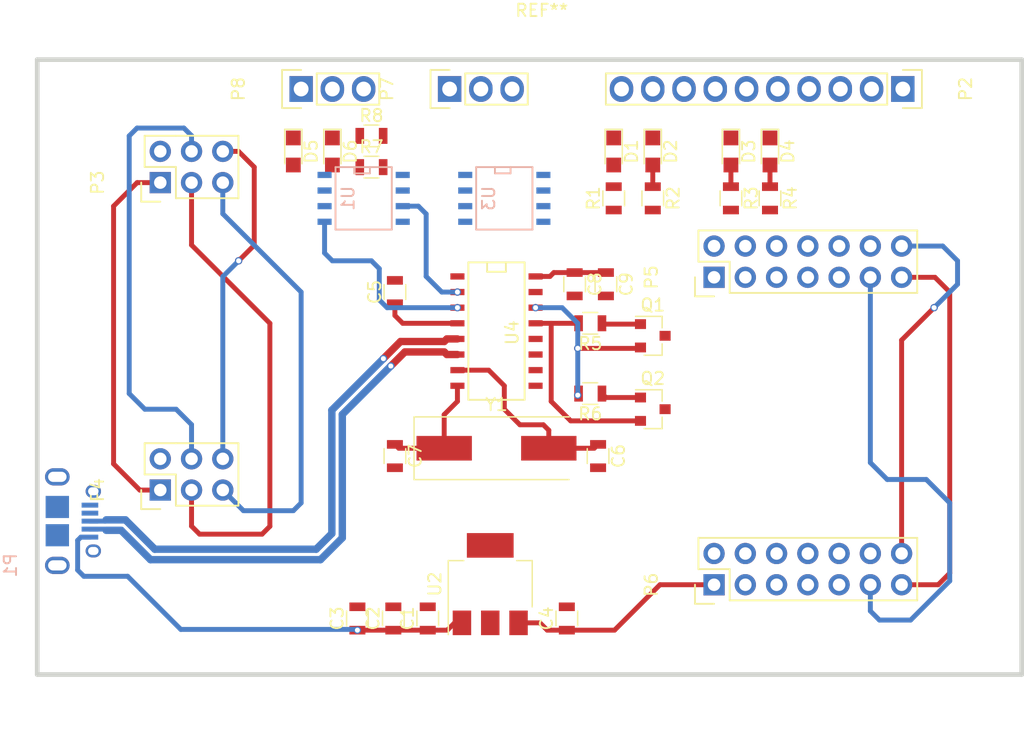
<source format=kicad_pcb>
(kicad_pcb (version 4) (host pcbnew 4.0.6-e0-6349~52~ubuntu17.04.1)

  (general
    (links 104)
    (no_connects 70)
    (area 50 63.8 203.571429 172.725)
    (thickness 1.6)
    (drawings 15)
    (tracks 164)
    (zones 0)
    (modules 39)
    (nets 40)
  )

  (page A4)
  (title_block
    (title "Backplane for UppSense")
    (date 2017-06-20)
    (rev 1.0)
    (company "Uppsala University")
  )

  (layers
    (0 F.Cu signal)
    (31 B.Cu signal)
    (32 B.Adhes user)
    (33 F.Adhes user)
    (34 B.Paste user)
    (35 F.Paste user)
    (36 B.SilkS user)
    (37 F.SilkS user)
    (38 B.Mask user)
    (39 F.Mask user)
    (40 Dwgs.User user hide)
    (41 Cmts.User user)
    (42 Eco1.User user)
    (43 Eco2.User user)
    (44 Edge.Cuts user)
    (45 Margin user)
    (46 B.CrtYd user)
    (47 F.CrtYd user)
    (48 B.Fab user)
    (49 F.Fab user)
  )

  (setup
    (last_trace_width 0.4)
    (user_trace_width 0.2)
    (user_trace_width 0.3)
    (user_trace_width 0.4)
    (user_trace_width 0.6)
    (user_trace_width 1)
    (trace_clearance 0.2)
    (zone_clearance 0.508)
    (zone_45_only no)
    (trace_min 0.2)
    (segment_width 0.2)
    (edge_width 0.15)
    (via_size 0.6)
    (via_drill 0.4)
    (via_min_size 0.4)
    (via_min_drill 0.2)
    (user_via 0.4 0.2)
    (uvia_size 0.3)
    (uvia_drill 0.1)
    (uvias_allowed no)
    (uvia_min_size 0.2)
    (uvia_min_drill 0.1)
    (pcb_text_width 0.3)
    (pcb_text_size 1.5 1.5)
    (mod_edge_width 0.15)
    (mod_text_size 1 1)
    (mod_text_width 0.15)
    (pad_size 1.524 1.524)
    (pad_drill 0.762)
    (pad_to_mask_clearance 0.2)
    (aux_axis_origin 0 0)
    (visible_elements FFFFFF7F)
    (pcbplotparams
      (layerselection 0x00030_80000001)
      (usegerberextensions false)
      (excludeedgelayer true)
      (linewidth 0.100000)
      (plotframeref false)
      (viasonmask false)
      (mode 1)
      (useauxorigin false)
      (hpglpennumber 1)
      (hpglpenspeed 20)
      (hpglpendiameter 15)
      (hpglpenoverlay 2)
      (psnegative false)
      (psa4output false)
      (plotreference true)
      (plotvalue true)
      (plotinvisibletext false)
      (padsonsilk false)
      (subtractmaskfromsilk false)
      (outputformat 1)
      (mirror false)
      (drillshape 1)
      (scaleselection 1)
      (outputdirectory ""))
  )

  (net 0 "")
  (net 1 GND)
  (net 2 ADC1)
  (net 3 ADC2)
  (net 4 DAC1)
  (net 5 ADC3)
  (net 6 DAC2)
  (net 7 GPIO1)
  (net 8 GPIO2)
  (net 9 I2C_SCL)
  (net 10 GPIO3)
  (net 11 I2C_SDA)
  (net 12 GPIO4)
  (net 13 UART_TX)
  (net 14 5V)
  (net 15 ADC4)
  (net 16 GPIO0)
  (net 17 UART_RX)
  (net 18 nRST)
  (net 19 3.3V)
  (net 20 "Net-(C6-Pad1)")
  (net 21 "Net-(C7-Pad1)")
  (net 22 "Net-(D1-Pad2)")
  (net 23 LED_5V)
  (net 24 "Net-(D2-Pad2)")
  (net 25 "Net-(D3-Pad2)")
  (net 26 "Net-(D4-Pad2)")
  (net 27 "Net-(D5-Pad2)")
  (net 28 "Net-(D6-Pad2)")
  (net 29 D-)
  (net 30 D+)
  (net 31 LED_3.3V)
  (net 32 "Net-(Q1-Pad1)")
  (net 33 RTS)
  (net 34 "Net-(Q2-Pad1)")
  (net 35 DTR)
  (net 36 "Net-(R1-Pad2)")
  (net 37 "Net-(R2-Pad2)")
  (net 38 "Net-(R3-Pad2)")
  (net 39 "Net-(R4-Pad2)")

  (net_class Default "This is the default net class."
    (clearance 0.2)
    (trace_width 0.25)
    (via_dia 0.6)
    (via_drill 0.4)
    (uvia_dia 0.3)
    (uvia_drill 0.1)
    (add_net 3.3V)
    (add_net 5V)
    (add_net ADC1)
    (add_net ADC2)
    (add_net ADC3)
    (add_net ADC4)
    (add_net D+)
    (add_net D-)
    (add_net DAC1)
    (add_net DAC2)
    (add_net DTR)
    (add_net GND)
    (add_net GPIO0)
    (add_net GPIO1)
    (add_net GPIO2)
    (add_net GPIO3)
    (add_net GPIO4)
    (add_net I2C_SCL)
    (add_net I2C_SDA)
    (add_net LED_3.3V)
    (add_net LED_5V)
    (add_net "Net-(C6-Pad1)")
    (add_net "Net-(C7-Pad1)")
    (add_net "Net-(D1-Pad2)")
    (add_net "Net-(D2-Pad2)")
    (add_net "Net-(D3-Pad2)")
    (add_net "Net-(D4-Pad2)")
    (add_net "Net-(D5-Pad2)")
    (add_net "Net-(D6-Pad2)")
    (add_net "Net-(Q1-Pad1)")
    (add_net "Net-(Q2-Pad1)")
    (add_net "Net-(R1-Pad2)")
    (add_net "Net-(R2-Pad2)")
    (add_net "Net-(R3-Pad2)")
    (add_net "Net-(R4-Pad2)")
    (add_net RTS)
    (add_net UART_RX)
    (add_net UART_TX)
    (add_net nRST)
  )

  (module EuroBoard_Outline:EuroBoard_viertel_Type-I_80mmX50mm_holes (layer F.Cu) (tedit 0) (tstamp 5951362E)
    (at 110 120)
    (descr "Outline, Eurocard 1/4, Type I,  80x50mm, with holes 3,5mm,")
    (tags "Outline, Eurocard 1/4, Type I, 80x50mm, with holes 3,5mm,")
    (fp_text reference REF** (at 41.00068 -54.0004) (layer F.SilkS)
      (effects (font (size 1 1) (thickness 0.15)))
    )
    (fp_text value EuroBoard_viertel_Type-I_80mmX50mm_holes (at 41.9989 5.00126) (layer F.Fab)
      (effects (font (size 1 1) (thickness 0.15)))
    )
    (fp_line (start 0 0) (end 0 -49.9999) (layer Edge.Cuts) (width 0.381))
    (fp_line (start 0 -49.9999) (end 79.99984 -49.9999) (layer Edge.Cuts) (width 0.381))
    (fp_line (start 79.99984 -49.9999) (end 79.99984 0) (layer Edge.Cuts) (width 0.381))
    (fp_line (start 79.99984 0) (end 0 0) (layer Edge.Cuts) (width 0.381))
    (pad "" np_thru_hole circle (at 5.00126 -5.00126) (size 3.50012 3.50012) (drill 3.50012) (layers *.Cu *.Mask))
    (pad "" np_thru_hole circle (at 5.00126 -45.00118) (size 3.50012 3.50012) (drill 3.50012) (layers *.Cu *.Mask))
    (pad "" np_thru_hole circle (at 75.00112 -45.00118) (size 3.50012 3.50012) (drill 3.50012) (layers *.Cu *.Mask))
    (pad "" np_thru_hole circle (at 75.00112 -5.00126) (size 3.50012 3.50012) (drill 3.50012) (layers *.Cu *.Mask))
  )

  (module Pin_Headers:Pin_Header_Straight_2x03 (layer F.Cu) (tedit 54EA0A4B) (tstamp 5950C895)
    (at 120 80 90)
    (descr "Through hole pin header")
    (tags "pin header")
    (path /594F86D2)
    (fp_text reference P3 (at 0 -5.1 90) (layer F.SilkS)
      (effects (font (size 1 1) (thickness 0.15)))
    )
    (fp_text value CONN_02X03 (at 0 -3.1 90) (layer F.Fab)
      (effects (font (size 1 1) (thickness 0.15)))
    )
    (fp_line (start -1.27 1.27) (end -1.27 6.35) (layer F.SilkS) (width 0.15))
    (fp_line (start -1.55 -1.55) (end 0 -1.55) (layer F.SilkS) (width 0.15))
    (fp_line (start -1.75 -1.75) (end -1.75 6.85) (layer F.CrtYd) (width 0.05))
    (fp_line (start 4.3 -1.75) (end 4.3 6.85) (layer F.CrtYd) (width 0.05))
    (fp_line (start -1.75 -1.75) (end 4.3 -1.75) (layer F.CrtYd) (width 0.05))
    (fp_line (start -1.75 6.85) (end 4.3 6.85) (layer F.CrtYd) (width 0.05))
    (fp_line (start 1.27 -1.27) (end 1.27 1.27) (layer F.SilkS) (width 0.15))
    (fp_line (start 1.27 1.27) (end -1.27 1.27) (layer F.SilkS) (width 0.15))
    (fp_line (start -1.27 6.35) (end 3.81 6.35) (layer F.SilkS) (width 0.15))
    (fp_line (start 3.81 6.35) (end 3.81 1.27) (layer F.SilkS) (width 0.15))
    (fp_line (start -1.55 -1.55) (end -1.55 0) (layer F.SilkS) (width 0.15))
    (fp_line (start 3.81 -1.27) (end 1.27 -1.27) (layer F.SilkS) (width 0.15))
    (fp_line (start 3.81 1.27) (end 3.81 -1.27) (layer F.SilkS) (width 0.15))
    (pad 1 thru_hole rect (at 0 0 90) (size 1.7272 1.7272) (drill 1.016) (layers *.Cu *.Mask)
      (net 14 5V))
    (pad 2 thru_hole oval (at 2.54 0 90) (size 1.7272 1.7272) (drill 1.016) (layers *.Cu *.Mask)
      (net 1 GND))
    (pad 3 thru_hole oval (at 0 2.54 90) (size 1.7272 1.7272) (drill 1.016) (layers *.Cu *.Mask)
      (net 2 ADC1))
    (pad 4 thru_hole oval (at 2.54 2.54 90) (size 1.7272 1.7272) (drill 1.016) (layers *.Cu *.Mask)
      (net 5 ADC3))
    (pad 5 thru_hole oval (at 0 5.08 90) (size 1.7272 1.7272) (drill 1.016) (layers *.Cu *.Mask)
      (net 3 ADC2))
    (pad 6 thru_hole oval (at 2.54 5.08 90) (size 1.7272 1.7272) (drill 1.016) (layers *.Cu *.Mask)
      (net 15 ADC4))
    (model Pin_Headers.3dshapes/Pin_Header_Straight_2x03.wrl
      (at (xyz 0.05 -0.1 0))
      (scale (xyz 1 1 1))
      (rotate (xyz 0 0 90))
    )
  )

  (module Pin_Headers:Pin_Header_Straight_2x03 (layer F.Cu) (tedit 54EA0A4B) (tstamp 5950C8AC)
    (at 120 105 90)
    (descr "Through hole pin header")
    (tags "pin header")
    (path /594FAFF9)
    (fp_text reference P4 (at 0 -5.1 90) (layer F.SilkS)
      (effects (font (size 1 1) (thickness 0.15)))
    )
    (fp_text value CONN_02X03 (at 0 -3.1 90) (layer F.Fab)
      (effects (font (size 1 1) (thickness 0.15)))
    )
    (fp_line (start -1.27 1.27) (end -1.27 6.35) (layer F.SilkS) (width 0.15))
    (fp_line (start -1.55 -1.55) (end 0 -1.55) (layer F.SilkS) (width 0.15))
    (fp_line (start -1.75 -1.75) (end -1.75 6.85) (layer F.CrtYd) (width 0.05))
    (fp_line (start 4.3 -1.75) (end 4.3 6.85) (layer F.CrtYd) (width 0.05))
    (fp_line (start -1.75 -1.75) (end 4.3 -1.75) (layer F.CrtYd) (width 0.05))
    (fp_line (start -1.75 6.85) (end 4.3 6.85) (layer F.CrtYd) (width 0.05))
    (fp_line (start 1.27 -1.27) (end 1.27 1.27) (layer F.SilkS) (width 0.15))
    (fp_line (start 1.27 1.27) (end -1.27 1.27) (layer F.SilkS) (width 0.15))
    (fp_line (start -1.27 6.35) (end 3.81 6.35) (layer F.SilkS) (width 0.15))
    (fp_line (start 3.81 6.35) (end 3.81 1.27) (layer F.SilkS) (width 0.15))
    (fp_line (start -1.55 -1.55) (end -1.55 0) (layer F.SilkS) (width 0.15))
    (fp_line (start 3.81 -1.27) (end 1.27 -1.27) (layer F.SilkS) (width 0.15))
    (fp_line (start 3.81 1.27) (end 3.81 -1.27) (layer F.SilkS) (width 0.15))
    (pad 1 thru_hole rect (at 0 0 90) (size 1.7272 1.7272) (drill 1.016) (layers *.Cu *.Mask)
      (net 14 5V))
    (pad 2 thru_hole oval (at 2.54 0 90) (size 1.7272 1.7272) (drill 1.016) (layers *.Cu *.Mask)
      (net 1 GND))
    (pad 3 thru_hole oval (at 0 2.54 90) (size 1.7272 1.7272) (drill 1.016) (layers *.Cu *.Mask)
      (net 2 ADC1))
    (pad 4 thru_hole oval (at 2.54 2.54 90) (size 1.7272 1.7272) (drill 1.016) (layers *.Cu *.Mask)
      (net 5 ADC3))
    (pad 5 thru_hole oval (at 0 5.08 90) (size 1.7272 1.7272) (drill 1.016) (layers *.Cu *.Mask)
      (net 3 ADC2))
    (pad 6 thru_hole oval (at 2.54 5.08 90) (size 1.7272 1.7272) (drill 1.016) (layers *.Cu *.Mask)
      (net 15 ADC4))
    (model Pin_Headers.3dshapes/Pin_Header_Straight_2x03.wrl
      (at (xyz 0.05 -0.1 0))
      (scale (xyz 1 1 1))
      (rotate (xyz 0 0 90))
    )
  )

  (module Pin_Headers:Pin_Header_Straight_2x07 (layer F.Cu) (tedit 0) (tstamp 5950C8DF)
    (at 165 87.7 90)
    (descr "Through hole pin header")
    (tags "pin header")
    (path /594FADC8)
    (fp_text reference P5 (at 0 -5.1 90) (layer F.SilkS)
      (effects (font (size 1 1) (thickness 0.15)))
    )
    (fp_text value CONN_02X07 (at 0 -3.1 90) (layer F.Fab)
      (effects (font (size 1 1) (thickness 0.15)))
    )
    (fp_line (start -1.75 -1.75) (end -1.75 17) (layer F.CrtYd) (width 0.05))
    (fp_line (start 4.3 -1.75) (end 4.3 17) (layer F.CrtYd) (width 0.05))
    (fp_line (start -1.75 -1.75) (end 4.3 -1.75) (layer F.CrtYd) (width 0.05))
    (fp_line (start -1.75 17) (end 4.3 17) (layer F.CrtYd) (width 0.05))
    (fp_line (start 3.81 16.51) (end 3.81 -1.27) (layer F.SilkS) (width 0.15))
    (fp_line (start -1.27 1.27) (end -1.27 16.51) (layer F.SilkS) (width 0.15))
    (fp_line (start 3.81 16.51) (end -1.27 16.51) (layer F.SilkS) (width 0.15))
    (fp_line (start 3.81 -1.27) (end 1.27 -1.27) (layer F.SilkS) (width 0.15))
    (fp_line (start 0 -1.55) (end -1.55 -1.55) (layer F.SilkS) (width 0.15))
    (fp_line (start 1.27 -1.27) (end 1.27 1.27) (layer F.SilkS) (width 0.15))
    (fp_line (start 1.27 1.27) (end -1.27 1.27) (layer F.SilkS) (width 0.15))
    (fp_line (start -1.55 -1.55) (end -1.55 0) (layer F.SilkS) (width 0.15))
    (pad 1 thru_hole rect (at 0 0 90) (size 1.7272 1.7272) (drill 1.016) (layers *.Cu *.Mask)
      (net 19 3.3V))
    (pad 2 thru_hole oval (at 2.54 0 90) (size 1.7272 1.7272) (drill 1.016) (layers *.Cu *.Mask)
      (net 16 GPIO0))
    (pad 3 thru_hole oval (at 0 2.54 90) (size 1.7272 1.7272) (drill 1.016) (layers *.Cu *.Mask)
      (net 1 GND))
    (pad 4 thru_hole oval (at 2.54 2.54 90) (size 1.7272 1.7272) (drill 1.016) (layers *.Cu *.Mask)
      (net 7 GPIO1))
    (pad 5 thru_hole oval (at 0 5.08 90) (size 1.7272 1.7272) (drill 1.016) (layers *.Cu *.Mask)
      (net 9 I2C_SCL))
    (pad 6 thru_hole oval (at 2.54 5.08 90) (size 1.7272 1.7272) (drill 1.016) (layers *.Cu *.Mask)
      (net 8 GPIO2))
    (pad 7 thru_hole oval (at 0 7.62 90) (size 1.7272 1.7272) (drill 1.016) (layers *.Cu *.Mask)
      (net 11 I2C_SDA))
    (pad 8 thru_hole oval (at 2.54 7.62 90) (size 1.7272 1.7272) (drill 1.016) (layers *.Cu *.Mask)
      (net 10 GPIO3))
    (pad 9 thru_hole oval (at 0 10.16 90) (size 1.7272 1.7272) (drill 1.016) (layers *.Cu *.Mask)
      (net 13 UART_TX))
    (pad 10 thru_hole oval (at 2.54 10.16 90) (size 1.7272 1.7272) (drill 1.016) (layers *.Cu *.Mask)
      (net 12 GPIO4))
    (pad 11 thru_hole oval (at 0 12.7 90) (size 1.7272 1.7272) (drill 1.016) (layers *.Cu *.Mask)
      (net 17 UART_RX))
    (pad 12 thru_hole oval (at 2.54 12.7 90) (size 1.7272 1.7272) (drill 1.016) (layers *.Cu *.Mask)
      (net 18 nRST))
    (pad 13 thru_hole oval (at 0 15.24 90) (size 1.7272 1.7272) (drill 1.016) (layers *.Cu *.Mask)
      (net 4 DAC1))
    (pad 14 thru_hole oval (at 2.54 15.24 90) (size 1.7272 1.7272) (drill 1.016) (layers *.Cu *.Mask)
      (net 6 DAC2))
    (model Pin_Headers.3dshapes/Pin_Header_Straight_2x07.wrl
      (at (xyz 0.05 -0.3 0))
      (scale (xyz 1 1 1))
      (rotate (xyz 0 0 90))
    )
  )

  (module Pin_Headers:Pin_Header_Straight_2x07 (layer F.Cu) (tedit 0) (tstamp 5950C8FD)
    (at 165 112.7 90)
    (descr "Through hole pin header")
    (tags "pin header")
    (path /594FAEEA)
    (fp_text reference P6 (at 0 -5.1 90) (layer F.SilkS)
      (effects (font (size 1 1) (thickness 0.15)))
    )
    (fp_text value CONN_02X07 (at 0 -3.1 90) (layer F.Fab)
      (effects (font (size 1 1) (thickness 0.15)))
    )
    (fp_line (start -1.75 -1.75) (end -1.75 17) (layer F.CrtYd) (width 0.05))
    (fp_line (start 4.3 -1.75) (end 4.3 17) (layer F.CrtYd) (width 0.05))
    (fp_line (start -1.75 -1.75) (end 4.3 -1.75) (layer F.CrtYd) (width 0.05))
    (fp_line (start -1.75 17) (end 4.3 17) (layer F.CrtYd) (width 0.05))
    (fp_line (start 3.81 16.51) (end 3.81 -1.27) (layer F.SilkS) (width 0.15))
    (fp_line (start -1.27 1.27) (end -1.27 16.51) (layer F.SilkS) (width 0.15))
    (fp_line (start 3.81 16.51) (end -1.27 16.51) (layer F.SilkS) (width 0.15))
    (fp_line (start 3.81 -1.27) (end 1.27 -1.27) (layer F.SilkS) (width 0.15))
    (fp_line (start 0 -1.55) (end -1.55 -1.55) (layer F.SilkS) (width 0.15))
    (fp_line (start 1.27 -1.27) (end 1.27 1.27) (layer F.SilkS) (width 0.15))
    (fp_line (start 1.27 1.27) (end -1.27 1.27) (layer F.SilkS) (width 0.15))
    (fp_line (start -1.55 -1.55) (end -1.55 0) (layer F.SilkS) (width 0.15))
    (pad 1 thru_hole rect (at 0 0 90) (size 1.7272 1.7272) (drill 1.016) (layers *.Cu *.Mask)
      (net 19 3.3V))
    (pad 2 thru_hole oval (at 2.54 0 90) (size 1.7272 1.7272) (drill 1.016) (layers *.Cu *.Mask)
      (net 16 GPIO0))
    (pad 3 thru_hole oval (at 0 2.54 90) (size 1.7272 1.7272) (drill 1.016) (layers *.Cu *.Mask)
      (net 1 GND))
    (pad 4 thru_hole oval (at 2.54 2.54 90) (size 1.7272 1.7272) (drill 1.016) (layers *.Cu *.Mask)
      (net 7 GPIO1))
    (pad 5 thru_hole oval (at 0 5.08 90) (size 1.7272 1.7272) (drill 1.016) (layers *.Cu *.Mask)
      (net 9 I2C_SCL))
    (pad 6 thru_hole oval (at 2.54 5.08 90) (size 1.7272 1.7272) (drill 1.016) (layers *.Cu *.Mask)
      (net 8 GPIO2))
    (pad 7 thru_hole oval (at 0 7.62 90) (size 1.7272 1.7272) (drill 1.016) (layers *.Cu *.Mask)
      (net 11 I2C_SDA))
    (pad 8 thru_hole oval (at 2.54 7.62 90) (size 1.7272 1.7272) (drill 1.016) (layers *.Cu *.Mask)
      (net 10 GPIO3))
    (pad 9 thru_hole oval (at 0 10.16 90) (size 1.7272 1.7272) (drill 1.016) (layers *.Cu *.Mask)
      (net 13 UART_TX))
    (pad 10 thru_hole oval (at 2.54 10.16 90) (size 1.7272 1.7272) (drill 1.016) (layers *.Cu *.Mask)
      (net 12 GPIO4))
    (pad 11 thru_hole oval (at 0 12.7 90) (size 1.7272 1.7272) (drill 1.016) (layers *.Cu *.Mask)
      (net 17 UART_RX))
    (pad 12 thru_hole oval (at 2.54 12.7 90) (size 1.7272 1.7272) (drill 1.016) (layers *.Cu *.Mask)
      (net 18 nRST))
    (pad 13 thru_hole oval (at 0 15.24 90) (size 1.7272 1.7272) (drill 1.016) (layers *.Cu *.Mask)
      (net 4 DAC1))
    (pad 14 thru_hole oval (at 2.54 15.24 90) (size 1.7272 1.7272) (drill 1.016) (layers *.Cu *.Mask)
      (net 6 DAC2))
    (model Pin_Headers.3dshapes/Pin_Header_Straight_2x07.wrl
      (at (xyz 0.05 -0.3 0))
      (scale (xyz 1 1 1))
      (rotate (xyz 0 0 90))
    )
  )

  (module SMD_Packages:SO-16-N (layer F.Cu) (tedit 0) (tstamp 5950C918)
    (at 147.32 92.075 270)
    (descr "Module CMS SOJ 16 pins large")
    (tags "CMS SOJ")
    (path /594FA4BA)
    (attr smd)
    (fp_text reference U4 (at 0.127 -1.27 270) (layer F.SilkS)
      (effects (font (size 1 1) (thickness 0.15)))
    )
    (fp_text value CH340G (at 0 1.27 270) (layer F.Fab)
      (effects (font (size 1 1) (thickness 0.15)))
    )
    (fp_line (start -5.588 -0.762) (end -4.826 -0.762) (layer F.SilkS) (width 0.15))
    (fp_line (start -4.826 -0.762) (end -4.826 0.762) (layer F.SilkS) (width 0.15))
    (fp_line (start -4.826 0.762) (end -5.588 0.762) (layer F.SilkS) (width 0.15))
    (fp_line (start 5.588 -2.286) (end 5.588 2.286) (layer F.SilkS) (width 0.15))
    (fp_line (start 5.588 2.286) (end -5.588 2.286) (layer F.SilkS) (width 0.15))
    (fp_line (start -5.588 2.286) (end -5.588 -2.286) (layer F.SilkS) (width 0.15))
    (fp_line (start -5.588 -2.286) (end 5.588 -2.286) (layer F.SilkS) (width 0.15))
    (pad 16 smd rect (at -4.445 -3.175 270) (size 0.508 1.143) (layers F.Cu F.Paste F.Mask)
      (net 19 3.3V))
    (pad 14 smd rect (at -1.905 -3.175 270) (size 0.508 1.143) (layers F.Cu F.Paste F.Mask)
      (net 33 RTS))
    (pad 13 smd rect (at -0.635 -3.175 270) (size 0.508 1.143) (layers F.Cu F.Paste F.Mask)
      (net 35 DTR))
    (pad 12 smd rect (at 0.635 -3.175 270) (size 0.508 1.143) (layers F.Cu F.Paste F.Mask))
    (pad 11 smd rect (at 1.905 -3.175 270) (size 0.508 1.143) (layers F.Cu F.Paste F.Mask))
    (pad 10 smd rect (at 3.175 -3.175 270) (size 0.508 1.143) (layers F.Cu F.Paste F.Mask))
    (pad 9 smd rect (at 4.445 -3.175 270) (size 0.508 1.143) (layers F.Cu F.Paste F.Mask))
    (pad 8 smd rect (at 4.445 3.175 270) (size 0.508 1.143) (layers F.Cu F.Paste F.Mask)
      (net 21 "Net-(C7-Pad1)"))
    (pad 7 smd rect (at 3.175 3.175 270) (size 0.508 1.143) (layers F.Cu F.Paste F.Mask)
      (net 20 "Net-(C6-Pad1)"))
    (pad 6 smd rect (at 1.905 3.175 270) (size 0.508 1.143) (layers F.Cu F.Paste F.Mask)
      (net 29 D-))
    (pad 5 smd rect (at 0.635 3.175 270) (size 0.508 1.143) (layers F.Cu F.Paste F.Mask)
      (net 30 D+))
    (pad 4 smd rect (at -0.635 3.175 270) (size 0.508 1.143) (layers F.Cu F.Paste F.Mask)
      (net 19 3.3V))
    (pad 3 smd rect (at -1.905 3.175 270) (size 0.508 1.143) (layers F.Cu F.Paste F.Mask)
      (net 13 UART_TX))
    (pad 2 smd rect (at -3.175 3.175 270) (size 0.508 1.143) (layers F.Cu F.Paste F.Mask)
      (net 17 UART_RX))
    (pad 1 smd rect (at -4.445 3.175 270) (size 0.508 1.143) (layers F.Cu F.Paste F.Mask)
      (net 1 GND))
    (pad 15 smd rect (at -3.175 -3.175 270) (size 0.508 1.143) (layers F.Cu F.Paste F.Mask))
    (model SMD_Packages.3dshapes/SO-16-N.wrl
      (at (xyz 0 0 0))
      (scale (xyz 0.5 0.4 0.5))
      (rotate (xyz 0 0 0))
    )
  )

  (module Resistors_SMD:R_0805 (layer F.Cu) (tedit 58AADA8F) (tstamp 5951B20D)
    (at 141.732 115.443 90)
    (descr "Resistor SMD 0805, reflow soldering, Vishay (see dcrcw.pdf)")
    (tags "resistor 0805")
    (path /5951D05D)
    (attr smd)
    (fp_text reference C1 (at 0 -1.65 90) (layer F.SilkS)
      (effects (font (size 1 1) (thickness 0.15)))
    )
    (fp_text value 10u (at 0 1.75 90) (layer F.Fab)
      (effects (font (size 1 1) (thickness 0.15)))
    )
    (fp_text user %R (at 0 -1.65 90) (layer F.Fab)
      (effects (font (size 1 1) (thickness 0.15)))
    )
    (fp_line (start -1 0.62) (end -1 -0.62) (layer F.Fab) (width 0.1))
    (fp_line (start 1 0.62) (end -1 0.62) (layer F.Fab) (width 0.1))
    (fp_line (start 1 -0.62) (end 1 0.62) (layer F.Fab) (width 0.1))
    (fp_line (start -1 -0.62) (end 1 -0.62) (layer F.Fab) (width 0.1))
    (fp_line (start 0.6 0.88) (end -0.6 0.88) (layer F.SilkS) (width 0.12))
    (fp_line (start -0.6 -0.88) (end 0.6 -0.88) (layer F.SilkS) (width 0.12))
    (fp_line (start -1.55 -0.9) (end 1.55 -0.9) (layer F.CrtYd) (width 0.05))
    (fp_line (start -1.55 -0.9) (end -1.55 0.9) (layer F.CrtYd) (width 0.05))
    (fp_line (start 1.55 0.9) (end 1.55 -0.9) (layer F.CrtYd) (width 0.05))
    (fp_line (start 1.55 0.9) (end -1.55 0.9) (layer F.CrtYd) (width 0.05))
    (pad 1 smd rect (at -0.95 0 90) (size 0.7 1.3) (layers F.Cu F.Paste F.Mask)
      (net 14 5V))
    (pad 2 smd rect (at 0.95 0 90) (size 0.7 1.3) (layers F.Cu F.Paste F.Mask)
      (net 1 GND))
    (model Resistors_SMD.3dshapes/R_0805.wrl
      (at (xyz 0 0 0))
      (scale (xyz 1 1 1))
      (rotate (xyz 0 0 0))
    )
  )

  (module Resistors_SMD:R_0805 (layer F.Cu) (tedit 58AADA8F) (tstamp 5951B21E)
    (at 138.938 115.443 90)
    (descr "Resistor SMD 0805, reflow soldering, Vishay (see dcrcw.pdf)")
    (tags "resistor 0805")
    (path /5951E46C)
    (attr smd)
    (fp_text reference C2 (at 0 -1.65 90) (layer F.SilkS)
      (effects (font (size 1 1) (thickness 0.15)))
    )
    (fp_text value 1u (at 0 1.75 90) (layer F.Fab)
      (effects (font (size 1 1) (thickness 0.15)))
    )
    (fp_text user %R (at 0 -1.65 90) (layer F.Fab)
      (effects (font (size 1 1) (thickness 0.15)))
    )
    (fp_line (start -1 0.62) (end -1 -0.62) (layer F.Fab) (width 0.1))
    (fp_line (start 1 0.62) (end -1 0.62) (layer F.Fab) (width 0.1))
    (fp_line (start 1 -0.62) (end 1 0.62) (layer F.Fab) (width 0.1))
    (fp_line (start -1 -0.62) (end 1 -0.62) (layer F.Fab) (width 0.1))
    (fp_line (start 0.6 0.88) (end -0.6 0.88) (layer F.SilkS) (width 0.12))
    (fp_line (start -0.6 -0.88) (end 0.6 -0.88) (layer F.SilkS) (width 0.12))
    (fp_line (start -1.55 -0.9) (end 1.55 -0.9) (layer F.CrtYd) (width 0.05))
    (fp_line (start -1.55 -0.9) (end -1.55 0.9) (layer F.CrtYd) (width 0.05))
    (fp_line (start 1.55 0.9) (end 1.55 -0.9) (layer F.CrtYd) (width 0.05))
    (fp_line (start 1.55 0.9) (end -1.55 0.9) (layer F.CrtYd) (width 0.05))
    (pad 1 smd rect (at -0.95 0 90) (size 0.7 1.3) (layers F.Cu F.Paste F.Mask)
      (net 14 5V))
    (pad 2 smd rect (at 0.95 0 90) (size 0.7 1.3) (layers F.Cu F.Paste F.Mask)
      (net 1 GND))
    (model Resistors_SMD.3dshapes/R_0805.wrl
      (at (xyz 0 0 0))
      (scale (xyz 1 1 1))
      (rotate (xyz 0 0 0))
    )
  )

  (module Resistors_SMD:R_0805 (layer F.Cu) (tedit 58AADA8F) (tstamp 5951B22F)
    (at 136.017 115.443 90)
    (descr "Resistor SMD 0805, reflow soldering, Vishay (see dcrcw.pdf)")
    (tags "resistor 0805")
    (path /5951E463)
    (attr smd)
    (fp_text reference C3 (at 0 -1.65 90) (layer F.SilkS)
      (effects (font (size 1 1) (thickness 0.15)))
    )
    (fp_text value 100n (at 0 1.75 90) (layer F.Fab)
      (effects (font (size 1 1) (thickness 0.15)))
    )
    (fp_text user %R (at 0 -1.65 90) (layer F.Fab)
      (effects (font (size 1 1) (thickness 0.15)))
    )
    (fp_line (start -1 0.62) (end -1 -0.62) (layer F.Fab) (width 0.1))
    (fp_line (start 1 0.62) (end -1 0.62) (layer F.Fab) (width 0.1))
    (fp_line (start 1 -0.62) (end 1 0.62) (layer F.Fab) (width 0.1))
    (fp_line (start -1 -0.62) (end 1 -0.62) (layer F.Fab) (width 0.1))
    (fp_line (start 0.6 0.88) (end -0.6 0.88) (layer F.SilkS) (width 0.12))
    (fp_line (start -0.6 -0.88) (end 0.6 -0.88) (layer F.SilkS) (width 0.12))
    (fp_line (start -1.55 -0.9) (end 1.55 -0.9) (layer F.CrtYd) (width 0.05))
    (fp_line (start -1.55 -0.9) (end -1.55 0.9) (layer F.CrtYd) (width 0.05))
    (fp_line (start 1.55 0.9) (end 1.55 -0.9) (layer F.CrtYd) (width 0.05))
    (fp_line (start 1.55 0.9) (end -1.55 0.9) (layer F.CrtYd) (width 0.05))
    (pad 1 smd rect (at -0.95 0 90) (size 0.7 1.3) (layers F.Cu F.Paste F.Mask)
      (net 14 5V))
    (pad 2 smd rect (at 0.95 0 90) (size 0.7 1.3) (layers F.Cu F.Paste F.Mask)
      (net 1 GND))
    (model Resistors_SMD.3dshapes/R_0805.wrl
      (at (xyz 0 0 0))
      (scale (xyz 1 1 1))
      (rotate (xyz 0 0 0))
    )
  )

  (module Resistors_SMD:R_0805 (layer F.Cu) (tedit 58AADA8F) (tstamp 5951B240)
    (at 153.035 115.443 90)
    (descr "Resistor SMD 0805, reflow soldering, Vishay (see dcrcw.pdf)")
    (tags "resistor 0805")
    (path /59503BBD)
    (attr smd)
    (fp_text reference C4 (at 0 -1.65 90) (layer F.SilkS)
      (effects (font (size 1 1) (thickness 0.15)))
    )
    (fp_text value 1u (at 0 1.75 90) (layer F.Fab)
      (effects (font (size 1 1) (thickness 0.15)))
    )
    (fp_text user %R (at 0 -1.65 90) (layer F.Fab)
      (effects (font (size 1 1) (thickness 0.15)))
    )
    (fp_line (start -1 0.62) (end -1 -0.62) (layer F.Fab) (width 0.1))
    (fp_line (start 1 0.62) (end -1 0.62) (layer F.Fab) (width 0.1))
    (fp_line (start 1 -0.62) (end 1 0.62) (layer F.Fab) (width 0.1))
    (fp_line (start -1 -0.62) (end 1 -0.62) (layer F.Fab) (width 0.1))
    (fp_line (start 0.6 0.88) (end -0.6 0.88) (layer F.SilkS) (width 0.12))
    (fp_line (start -0.6 -0.88) (end 0.6 -0.88) (layer F.SilkS) (width 0.12))
    (fp_line (start -1.55 -0.9) (end 1.55 -0.9) (layer F.CrtYd) (width 0.05))
    (fp_line (start -1.55 -0.9) (end -1.55 0.9) (layer F.CrtYd) (width 0.05))
    (fp_line (start 1.55 0.9) (end 1.55 -0.9) (layer F.CrtYd) (width 0.05))
    (fp_line (start 1.55 0.9) (end -1.55 0.9) (layer F.CrtYd) (width 0.05))
    (pad 1 smd rect (at -0.95 0 90) (size 0.7 1.3) (layers F.Cu F.Paste F.Mask)
      (net 19 3.3V))
    (pad 2 smd rect (at 0.95 0 90) (size 0.7 1.3) (layers F.Cu F.Paste F.Mask)
      (net 1 GND))
    (model Resistors_SMD.3dshapes/R_0805.wrl
      (at (xyz 0 0 0))
      (scale (xyz 1 1 1))
      (rotate (xyz 0 0 0))
    )
  )

  (module Resistors_SMD:R_0805 (layer F.Cu) (tedit 58AADA8F) (tstamp 5951B251)
    (at 139.065 88.9 90)
    (descr "Resistor SMD 0805, reflow soldering, Vishay (see dcrcw.pdf)")
    (tags "resistor 0805")
    (path /5951CD20)
    (attr smd)
    (fp_text reference C5 (at 0 -1.65 90) (layer F.SilkS)
      (effects (font (size 1 1) (thickness 0.15)))
    )
    (fp_text value 100n (at 0 1.75 90) (layer F.Fab)
      (effects (font (size 1 1) (thickness 0.15)))
    )
    (fp_text user %R (at 0 -1.65 90) (layer F.Fab)
      (effects (font (size 1 1) (thickness 0.15)))
    )
    (fp_line (start -1 0.62) (end -1 -0.62) (layer F.Fab) (width 0.1))
    (fp_line (start 1 0.62) (end -1 0.62) (layer F.Fab) (width 0.1))
    (fp_line (start 1 -0.62) (end 1 0.62) (layer F.Fab) (width 0.1))
    (fp_line (start -1 -0.62) (end 1 -0.62) (layer F.Fab) (width 0.1))
    (fp_line (start 0.6 0.88) (end -0.6 0.88) (layer F.SilkS) (width 0.12))
    (fp_line (start -0.6 -0.88) (end 0.6 -0.88) (layer F.SilkS) (width 0.12))
    (fp_line (start -1.55 -0.9) (end 1.55 -0.9) (layer F.CrtYd) (width 0.05))
    (fp_line (start -1.55 -0.9) (end -1.55 0.9) (layer F.CrtYd) (width 0.05))
    (fp_line (start 1.55 0.9) (end 1.55 -0.9) (layer F.CrtYd) (width 0.05))
    (fp_line (start 1.55 0.9) (end -1.55 0.9) (layer F.CrtYd) (width 0.05))
    (pad 1 smd rect (at -0.95 0 90) (size 0.7 1.3) (layers F.Cu F.Paste F.Mask)
      (net 19 3.3V))
    (pad 2 smd rect (at 0.95 0 90) (size 0.7 1.3) (layers F.Cu F.Paste F.Mask)
      (net 1 GND))
    (model Resistors_SMD.3dshapes/R_0805.wrl
      (at (xyz 0 0 0))
      (scale (xyz 1 1 1))
      (rotate (xyz 0 0 0))
    )
  )

  (module Resistors_SMD:R_0805 (layer F.Cu) (tedit 58AADA8F) (tstamp 5951B262)
    (at 155.575 102.235 270)
    (descr "Resistor SMD 0805, reflow soldering, Vishay (see dcrcw.pdf)")
    (tags "resistor 0805")
    (path /594FC845)
    (attr smd)
    (fp_text reference C6 (at 0 -1.65 270) (layer F.SilkS)
      (effects (font (size 1 1) (thickness 0.15)))
    )
    (fp_text value 22p (at 0 1.75 270) (layer F.Fab)
      (effects (font (size 1 1) (thickness 0.15)))
    )
    (fp_text user %R (at 0 -1.65 270) (layer F.Fab)
      (effects (font (size 1 1) (thickness 0.15)))
    )
    (fp_line (start -1 0.62) (end -1 -0.62) (layer F.Fab) (width 0.1))
    (fp_line (start 1 0.62) (end -1 0.62) (layer F.Fab) (width 0.1))
    (fp_line (start 1 -0.62) (end 1 0.62) (layer F.Fab) (width 0.1))
    (fp_line (start -1 -0.62) (end 1 -0.62) (layer F.Fab) (width 0.1))
    (fp_line (start 0.6 0.88) (end -0.6 0.88) (layer F.SilkS) (width 0.12))
    (fp_line (start -0.6 -0.88) (end 0.6 -0.88) (layer F.SilkS) (width 0.12))
    (fp_line (start -1.55 -0.9) (end 1.55 -0.9) (layer F.CrtYd) (width 0.05))
    (fp_line (start -1.55 -0.9) (end -1.55 0.9) (layer F.CrtYd) (width 0.05))
    (fp_line (start 1.55 0.9) (end 1.55 -0.9) (layer F.CrtYd) (width 0.05))
    (fp_line (start 1.55 0.9) (end -1.55 0.9) (layer F.CrtYd) (width 0.05))
    (pad 1 smd rect (at -0.95 0 270) (size 0.7 1.3) (layers F.Cu F.Paste F.Mask)
      (net 20 "Net-(C6-Pad1)"))
    (pad 2 smd rect (at 0.95 0 270) (size 0.7 1.3) (layers F.Cu F.Paste F.Mask)
      (net 1 GND))
    (model Resistors_SMD.3dshapes/R_0805.wrl
      (at (xyz 0 0 0))
      (scale (xyz 1 1 1))
      (rotate (xyz 0 0 0))
    )
  )

  (module Resistors_SMD:R_0805 (layer F.Cu) (tedit 58AADA8F) (tstamp 5951B273)
    (at 139.065 102.235 270)
    (descr "Resistor SMD 0805, reflow soldering, Vishay (see dcrcw.pdf)")
    (tags "resistor 0805")
    (path /594FCB93)
    (attr smd)
    (fp_text reference C7 (at 0 -1.65 270) (layer F.SilkS)
      (effects (font (size 1 1) (thickness 0.15)))
    )
    (fp_text value 22p (at 0 1.75 270) (layer F.Fab)
      (effects (font (size 1 1) (thickness 0.15)))
    )
    (fp_text user %R (at 0 -1.65 270) (layer F.Fab)
      (effects (font (size 1 1) (thickness 0.15)))
    )
    (fp_line (start -1 0.62) (end -1 -0.62) (layer F.Fab) (width 0.1))
    (fp_line (start 1 0.62) (end -1 0.62) (layer F.Fab) (width 0.1))
    (fp_line (start 1 -0.62) (end 1 0.62) (layer F.Fab) (width 0.1))
    (fp_line (start -1 -0.62) (end 1 -0.62) (layer F.Fab) (width 0.1))
    (fp_line (start 0.6 0.88) (end -0.6 0.88) (layer F.SilkS) (width 0.12))
    (fp_line (start -0.6 -0.88) (end 0.6 -0.88) (layer F.SilkS) (width 0.12))
    (fp_line (start -1.55 -0.9) (end 1.55 -0.9) (layer F.CrtYd) (width 0.05))
    (fp_line (start -1.55 -0.9) (end -1.55 0.9) (layer F.CrtYd) (width 0.05))
    (fp_line (start 1.55 0.9) (end 1.55 -0.9) (layer F.CrtYd) (width 0.05))
    (fp_line (start 1.55 0.9) (end -1.55 0.9) (layer F.CrtYd) (width 0.05))
    (pad 1 smd rect (at -0.95 0 270) (size 0.7 1.3) (layers F.Cu F.Paste F.Mask)
      (net 21 "Net-(C7-Pad1)"))
    (pad 2 smd rect (at 0.95 0 270) (size 0.7 1.3) (layers F.Cu F.Paste F.Mask)
      (net 1 GND))
    (model Resistors_SMD.3dshapes/R_0805.wrl
      (at (xyz 0 0 0))
      (scale (xyz 1 1 1))
      (rotate (xyz 0 0 0))
    )
  )

  (module Resistors_SMD:R_0805 (layer F.Cu) (tedit 58AADA8F) (tstamp 5951B284)
    (at 153.67 88.265 270)
    (descr "Resistor SMD 0805, reflow soldering, Vishay (see dcrcw.pdf)")
    (tags "resistor 0805")
    (path /5951D466)
    (attr smd)
    (fp_text reference C8 (at 0 -1.65 270) (layer F.SilkS)
      (effects (font (size 1 1) (thickness 0.15)))
    )
    (fp_text value 1u (at 0 1.75 270) (layer F.Fab)
      (effects (font (size 1 1) (thickness 0.15)))
    )
    (fp_text user %R (at 0 -1.65 270) (layer F.Fab)
      (effects (font (size 1 1) (thickness 0.15)))
    )
    (fp_line (start -1 0.62) (end -1 -0.62) (layer F.Fab) (width 0.1))
    (fp_line (start 1 0.62) (end -1 0.62) (layer F.Fab) (width 0.1))
    (fp_line (start 1 -0.62) (end 1 0.62) (layer F.Fab) (width 0.1))
    (fp_line (start -1 -0.62) (end 1 -0.62) (layer F.Fab) (width 0.1))
    (fp_line (start 0.6 0.88) (end -0.6 0.88) (layer F.SilkS) (width 0.12))
    (fp_line (start -0.6 -0.88) (end 0.6 -0.88) (layer F.SilkS) (width 0.12))
    (fp_line (start -1.55 -0.9) (end 1.55 -0.9) (layer F.CrtYd) (width 0.05))
    (fp_line (start -1.55 -0.9) (end -1.55 0.9) (layer F.CrtYd) (width 0.05))
    (fp_line (start 1.55 0.9) (end 1.55 -0.9) (layer F.CrtYd) (width 0.05))
    (fp_line (start 1.55 0.9) (end -1.55 0.9) (layer F.CrtYd) (width 0.05))
    (pad 1 smd rect (at -0.95 0 270) (size 0.7 1.3) (layers F.Cu F.Paste F.Mask)
      (net 19 3.3V))
    (pad 2 smd rect (at 0.95 0 270) (size 0.7 1.3) (layers F.Cu F.Paste F.Mask)
      (net 1 GND))
    (model Resistors_SMD.3dshapes/R_0805.wrl
      (at (xyz 0 0 0))
      (scale (xyz 1 1 1))
      (rotate (xyz 0 0 0))
    )
  )

  (module Resistors_SMD:R_0805 (layer F.Cu) (tedit 58AADA8F) (tstamp 5951B295)
    (at 156.21 88.265 270)
    (descr "Resistor SMD 0805, reflow soldering, Vishay (see dcrcw.pdf)")
    (tags "resistor 0805")
    (path /59500FC6)
    (attr smd)
    (fp_text reference C9 (at 0 -1.65 270) (layer F.SilkS)
      (effects (font (size 1 1) (thickness 0.15)))
    )
    (fp_text value 100n (at 0 1.75 270) (layer F.Fab)
      (effects (font (size 1 1) (thickness 0.15)))
    )
    (fp_text user %R (at 0 -1.65 270) (layer F.Fab)
      (effects (font (size 1 1) (thickness 0.15)))
    )
    (fp_line (start -1 0.62) (end -1 -0.62) (layer F.Fab) (width 0.1))
    (fp_line (start 1 0.62) (end -1 0.62) (layer F.Fab) (width 0.1))
    (fp_line (start 1 -0.62) (end 1 0.62) (layer F.Fab) (width 0.1))
    (fp_line (start -1 -0.62) (end 1 -0.62) (layer F.Fab) (width 0.1))
    (fp_line (start 0.6 0.88) (end -0.6 0.88) (layer F.SilkS) (width 0.12))
    (fp_line (start -0.6 -0.88) (end 0.6 -0.88) (layer F.SilkS) (width 0.12))
    (fp_line (start -1.55 -0.9) (end 1.55 -0.9) (layer F.CrtYd) (width 0.05))
    (fp_line (start -1.55 -0.9) (end -1.55 0.9) (layer F.CrtYd) (width 0.05))
    (fp_line (start 1.55 0.9) (end 1.55 -0.9) (layer F.CrtYd) (width 0.05))
    (fp_line (start 1.55 0.9) (end -1.55 0.9) (layer F.CrtYd) (width 0.05))
    (pad 1 smd rect (at -0.95 0 270) (size 0.7 1.3) (layers F.Cu F.Paste F.Mask)
      (net 19 3.3V))
    (pad 2 smd rect (at 0.95 0 270) (size 0.7 1.3) (layers F.Cu F.Paste F.Mask)
      (net 1 GND))
    (model Resistors_SMD.3dshapes/R_0805.wrl
      (at (xyz 0 0 0))
      (scale (xyz 1 1 1))
      (rotate (xyz 0 0 0))
    )
  )

  (module LEDs:LED_0805 (layer F.Cu) (tedit 57FE93EC) (tstamp 5951B2AA)
    (at 156.845 77.47 270)
    (descr "LED 0805 smd package")
    (tags "LED led 0805 SMD smd SMT smt smdled SMDLED smtled SMTLED")
    (path /5950FA37)
    (attr smd)
    (fp_text reference D1 (at 0 -1.45 270) (layer F.SilkS)
      (effects (font (size 1 1) (thickness 0.15)))
    )
    (fp_text value LED (at 0 1.55 270) (layer F.Fab)
      (effects (font (size 1 1) (thickness 0.15)))
    )
    (fp_line (start -1.8 -0.7) (end -1.8 0.7) (layer F.SilkS) (width 0.12))
    (fp_line (start -0.4 -0.4) (end -0.4 0.4) (layer F.Fab) (width 0.1))
    (fp_line (start -0.4 0) (end 0.2 -0.4) (layer F.Fab) (width 0.1))
    (fp_line (start 0.2 0.4) (end -0.4 0) (layer F.Fab) (width 0.1))
    (fp_line (start 0.2 -0.4) (end 0.2 0.4) (layer F.Fab) (width 0.1))
    (fp_line (start 1 0.6) (end -1 0.6) (layer F.Fab) (width 0.1))
    (fp_line (start 1 -0.6) (end 1 0.6) (layer F.Fab) (width 0.1))
    (fp_line (start -1 -0.6) (end 1 -0.6) (layer F.Fab) (width 0.1))
    (fp_line (start -1 0.6) (end -1 -0.6) (layer F.Fab) (width 0.1))
    (fp_line (start -1.8 0.7) (end 1 0.7) (layer F.SilkS) (width 0.12))
    (fp_line (start -1.8 -0.7) (end 1 -0.7) (layer F.SilkS) (width 0.12))
    (fp_line (start 1.95 -0.85) (end 1.95 0.85) (layer F.CrtYd) (width 0.05))
    (fp_line (start 1.95 0.85) (end -1.95 0.85) (layer F.CrtYd) (width 0.05))
    (fp_line (start -1.95 0.85) (end -1.95 -0.85) (layer F.CrtYd) (width 0.05))
    (fp_line (start -1.95 -0.85) (end 1.95 -0.85) (layer F.CrtYd) (width 0.05))
    (pad 2 smd rect (at 1.1 0 90) (size 1.2 1.2) (layers F.Cu F.Paste F.Mask)
      (net 22 "Net-(D1-Pad2)"))
    (pad 1 smd rect (at -1.1 0 90) (size 1.2 1.2) (layers F.Cu F.Paste F.Mask)
      (net 23 LED_5V))
    (model LEDs.3dshapes/LED_0805.wrl
      (at (xyz 0 0 0))
      (scale (xyz 1 1 1))
      (rotate (xyz 0 0 180))
    )
  )

  (module LEDs:LED_0805 (layer F.Cu) (tedit 57FE93EC) (tstamp 5951B2BF)
    (at 160.02 77.47 270)
    (descr "LED 0805 smd package")
    (tags "LED led 0805 SMD smd SMT smt smdled SMDLED smtled SMTLED")
    (path /5950E4B0)
    (attr smd)
    (fp_text reference D2 (at 0 -1.45 270) (layer F.SilkS)
      (effects (font (size 1 1) (thickness 0.15)))
    )
    (fp_text value LED (at 0 1.55 270) (layer F.Fab)
      (effects (font (size 1 1) (thickness 0.15)))
    )
    (fp_line (start -1.8 -0.7) (end -1.8 0.7) (layer F.SilkS) (width 0.12))
    (fp_line (start -0.4 -0.4) (end -0.4 0.4) (layer F.Fab) (width 0.1))
    (fp_line (start -0.4 0) (end 0.2 -0.4) (layer F.Fab) (width 0.1))
    (fp_line (start 0.2 0.4) (end -0.4 0) (layer F.Fab) (width 0.1))
    (fp_line (start 0.2 -0.4) (end 0.2 0.4) (layer F.Fab) (width 0.1))
    (fp_line (start 1 0.6) (end -1 0.6) (layer F.Fab) (width 0.1))
    (fp_line (start 1 -0.6) (end 1 0.6) (layer F.Fab) (width 0.1))
    (fp_line (start -1 -0.6) (end 1 -0.6) (layer F.Fab) (width 0.1))
    (fp_line (start -1 0.6) (end -1 -0.6) (layer F.Fab) (width 0.1))
    (fp_line (start -1.8 0.7) (end 1 0.7) (layer F.SilkS) (width 0.12))
    (fp_line (start -1.8 -0.7) (end 1 -0.7) (layer F.SilkS) (width 0.12))
    (fp_line (start 1.95 -0.85) (end 1.95 0.85) (layer F.CrtYd) (width 0.05))
    (fp_line (start 1.95 0.85) (end -1.95 0.85) (layer F.CrtYd) (width 0.05))
    (fp_line (start -1.95 0.85) (end -1.95 -0.85) (layer F.CrtYd) (width 0.05))
    (fp_line (start -1.95 -0.85) (end 1.95 -0.85) (layer F.CrtYd) (width 0.05))
    (pad 2 smd rect (at 1.1 0 90) (size 1.2 1.2) (layers F.Cu F.Paste F.Mask)
      (net 24 "Net-(D2-Pad2)"))
    (pad 1 smd rect (at -1.1 0 90) (size 1.2 1.2) (layers F.Cu F.Paste F.Mask)
      (net 23 LED_5V))
    (model LEDs.3dshapes/LED_0805.wrl
      (at (xyz 0 0 0))
      (scale (xyz 1 1 1))
      (rotate (xyz 0 0 180))
    )
  )

  (module LEDs:LED_0805 (layer F.Cu) (tedit 57FE93EC) (tstamp 5951B2D4)
    (at 166.37 77.47 270)
    (descr "LED 0805 smd package")
    (tags "LED led 0805 SMD smd SMT smt smdled SMDLED smtled SMTLED")
    (path /59518181)
    (attr smd)
    (fp_text reference D3 (at 0 -1.45 270) (layer F.SilkS)
      (effects (font (size 1 1) (thickness 0.15)))
    )
    (fp_text value LED (at 0 1.55 270) (layer F.Fab)
      (effects (font (size 1 1) (thickness 0.15)))
    )
    (fp_line (start -1.8 -0.7) (end -1.8 0.7) (layer F.SilkS) (width 0.12))
    (fp_line (start -0.4 -0.4) (end -0.4 0.4) (layer F.Fab) (width 0.1))
    (fp_line (start -0.4 0) (end 0.2 -0.4) (layer F.Fab) (width 0.1))
    (fp_line (start 0.2 0.4) (end -0.4 0) (layer F.Fab) (width 0.1))
    (fp_line (start 0.2 -0.4) (end 0.2 0.4) (layer F.Fab) (width 0.1))
    (fp_line (start 1 0.6) (end -1 0.6) (layer F.Fab) (width 0.1))
    (fp_line (start 1 -0.6) (end 1 0.6) (layer F.Fab) (width 0.1))
    (fp_line (start -1 -0.6) (end 1 -0.6) (layer F.Fab) (width 0.1))
    (fp_line (start -1 0.6) (end -1 -0.6) (layer F.Fab) (width 0.1))
    (fp_line (start -1.8 0.7) (end 1 0.7) (layer F.SilkS) (width 0.12))
    (fp_line (start -1.8 -0.7) (end 1 -0.7) (layer F.SilkS) (width 0.12))
    (fp_line (start 1.95 -0.85) (end 1.95 0.85) (layer F.CrtYd) (width 0.05))
    (fp_line (start 1.95 0.85) (end -1.95 0.85) (layer F.CrtYd) (width 0.05))
    (fp_line (start -1.95 0.85) (end -1.95 -0.85) (layer F.CrtYd) (width 0.05))
    (fp_line (start -1.95 -0.85) (end 1.95 -0.85) (layer F.CrtYd) (width 0.05))
    (pad 2 smd rect (at 1.1 0 90) (size 1.2 1.2) (layers F.Cu F.Paste F.Mask)
      (net 25 "Net-(D3-Pad2)"))
    (pad 1 smd rect (at -1.1 0 90) (size 1.2 1.2) (layers F.Cu F.Paste F.Mask)
      (net 23 LED_5V))
    (model LEDs.3dshapes/LED_0805.wrl
      (at (xyz 0 0 0))
      (scale (xyz 1 1 1))
      (rotate (xyz 0 0 180))
    )
  )

  (module LEDs:LED_0805 (layer F.Cu) (tedit 57FE93EC) (tstamp 5951B2E9)
    (at 169.545 77.47 270)
    (descr "LED 0805 smd package")
    (tags "LED led 0805 SMD smd SMT smt smdled SMDLED smtled SMTLED")
    (path /5951815B)
    (attr smd)
    (fp_text reference D4 (at 0 -1.45 270) (layer F.SilkS)
      (effects (font (size 1 1) (thickness 0.15)))
    )
    (fp_text value LED (at 0 1.55 270) (layer F.Fab)
      (effects (font (size 1 1) (thickness 0.15)))
    )
    (fp_line (start -1.8 -0.7) (end -1.8 0.7) (layer F.SilkS) (width 0.12))
    (fp_line (start -0.4 -0.4) (end -0.4 0.4) (layer F.Fab) (width 0.1))
    (fp_line (start -0.4 0) (end 0.2 -0.4) (layer F.Fab) (width 0.1))
    (fp_line (start 0.2 0.4) (end -0.4 0) (layer F.Fab) (width 0.1))
    (fp_line (start 0.2 -0.4) (end 0.2 0.4) (layer F.Fab) (width 0.1))
    (fp_line (start 1 0.6) (end -1 0.6) (layer F.Fab) (width 0.1))
    (fp_line (start 1 -0.6) (end 1 0.6) (layer F.Fab) (width 0.1))
    (fp_line (start -1 -0.6) (end 1 -0.6) (layer F.Fab) (width 0.1))
    (fp_line (start -1 0.6) (end -1 -0.6) (layer F.Fab) (width 0.1))
    (fp_line (start -1.8 0.7) (end 1 0.7) (layer F.SilkS) (width 0.12))
    (fp_line (start -1.8 -0.7) (end 1 -0.7) (layer F.SilkS) (width 0.12))
    (fp_line (start 1.95 -0.85) (end 1.95 0.85) (layer F.CrtYd) (width 0.05))
    (fp_line (start 1.95 0.85) (end -1.95 0.85) (layer F.CrtYd) (width 0.05))
    (fp_line (start -1.95 0.85) (end -1.95 -0.85) (layer F.CrtYd) (width 0.05))
    (fp_line (start -1.95 -0.85) (end 1.95 -0.85) (layer F.CrtYd) (width 0.05))
    (pad 2 smd rect (at 1.1 0 90) (size 1.2 1.2) (layers F.Cu F.Paste F.Mask)
      (net 26 "Net-(D4-Pad2)"))
    (pad 1 smd rect (at -1.1 0 90) (size 1.2 1.2) (layers F.Cu F.Paste F.Mask)
      (net 23 LED_5V))
    (model LEDs.3dshapes/LED_0805.wrl
      (at (xyz 0 0 0))
      (scale (xyz 1 1 1))
      (rotate (xyz 0 0 180))
    )
  )

  (module LEDs:LED_0805 (layer F.Cu) (tedit 57FE93EC) (tstamp 5951B2FE)
    (at 130.81 77.47 270)
    (descr "LED 0805 smd package")
    (tags "LED led 0805 SMD smd SMT smt smdled SMDLED smtled SMTLED")
    (path /59521852)
    (attr smd)
    (fp_text reference D5 (at 0 -1.45 270) (layer F.SilkS)
      (effects (font (size 1 1) (thickness 0.15)))
    )
    (fp_text value LED (at 0 1.55 270) (layer F.Fab)
      (effects (font (size 1 1) (thickness 0.15)))
    )
    (fp_line (start -1.8 -0.7) (end -1.8 0.7) (layer F.SilkS) (width 0.12))
    (fp_line (start -0.4 -0.4) (end -0.4 0.4) (layer F.Fab) (width 0.1))
    (fp_line (start -0.4 0) (end 0.2 -0.4) (layer F.Fab) (width 0.1))
    (fp_line (start 0.2 0.4) (end -0.4 0) (layer F.Fab) (width 0.1))
    (fp_line (start 0.2 -0.4) (end 0.2 0.4) (layer F.Fab) (width 0.1))
    (fp_line (start 1 0.6) (end -1 0.6) (layer F.Fab) (width 0.1))
    (fp_line (start 1 -0.6) (end 1 0.6) (layer F.Fab) (width 0.1))
    (fp_line (start -1 -0.6) (end 1 -0.6) (layer F.Fab) (width 0.1))
    (fp_line (start -1 0.6) (end -1 -0.6) (layer F.Fab) (width 0.1))
    (fp_line (start -1.8 0.7) (end 1 0.7) (layer F.SilkS) (width 0.12))
    (fp_line (start -1.8 -0.7) (end 1 -0.7) (layer F.SilkS) (width 0.12))
    (fp_line (start 1.95 -0.85) (end 1.95 0.85) (layer F.CrtYd) (width 0.05))
    (fp_line (start 1.95 0.85) (end -1.95 0.85) (layer F.CrtYd) (width 0.05))
    (fp_line (start -1.95 0.85) (end -1.95 -0.85) (layer F.CrtYd) (width 0.05))
    (fp_line (start -1.95 -0.85) (end 1.95 -0.85) (layer F.CrtYd) (width 0.05))
    (pad 2 smd rect (at 1.1 0 90) (size 1.2 1.2) (layers F.Cu F.Paste F.Mask)
      (net 27 "Net-(D5-Pad2)"))
    (pad 1 smd rect (at -1.1 0 90) (size 1.2 1.2) (layers F.Cu F.Paste F.Mask)
      (net 1 GND))
    (model LEDs.3dshapes/LED_0805.wrl
      (at (xyz 0 0 0))
      (scale (xyz 1 1 1))
      (rotate (xyz 0 0 180))
    )
  )

  (module LEDs:LED_0805 (layer F.Cu) (tedit 57FE93EC) (tstamp 5951B313)
    (at 133.985 77.47 270)
    (descr "LED 0805 smd package")
    (tags "LED led 0805 SMD smd SMT smt smdled SMDLED smtled SMTLED")
    (path /595219DD)
    (attr smd)
    (fp_text reference D6 (at 0 -1.45 270) (layer F.SilkS)
      (effects (font (size 1 1) (thickness 0.15)))
    )
    (fp_text value LED (at 0 1.55 270) (layer F.Fab)
      (effects (font (size 1 1) (thickness 0.15)))
    )
    (fp_line (start -1.8 -0.7) (end -1.8 0.7) (layer F.SilkS) (width 0.12))
    (fp_line (start -0.4 -0.4) (end -0.4 0.4) (layer F.Fab) (width 0.1))
    (fp_line (start -0.4 0) (end 0.2 -0.4) (layer F.Fab) (width 0.1))
    (fp_line (start 0.2 0.4) (end -0.4 0) (layer F.Fab) (width 0.1))
    (fp_line (start 0.2 -0.4) (end 0.2 0.4) (layer F.Fab) (width 0.1))
    (fp_line (start 1 0.6) (end -1 0.6) (layer F.Fab) (width 0.1))
    (fp_line (start 1 -0.6) (end 1 0.6) (layer F.Fab) (width 0.1))
    (fp_line (start -1 -0.6) (end 1 -0.6) (layer F.Fab) (width 0.1))
    (fp_line (start -1 0.6) (end -1 -0.6) (layer F.Fab) (width 0.1))
    (fp_line (start -1.8 0.7) (end 1 0.7) (layer F.SilkS) (width 0.12))
    (fp_line (start -1.8 -0.7) (end 1 -0.7) (layer F.SilkS) (width 0.12))
    (fp_line (start 1.95 -0.85) (end 1.95 0.85) (layer F.CrtYd) (width 0.05))
    (fp_line (start 1.95 0.85) (end -1.95 0.85) (layer F.CrtYd) (width 0.05))
    (fp_line (start -1.95 0.85) (end -1.95 -0.85) (layer F.CrtYd) (width 0.05))
    (fp_line (start -1.95 -0.85) (end 1.95 -0.85) (layer F.CrtYd) (width 0.05))
    (pad 2 smd rect (at 1.1 0 90) (size 1.2 1.2) (layers F.Cu F.Paste F.Mask)
      (net 28 "Net-(D6-Pad2)"))
    (pad 1 smd rect (at -1.1 0 90) (size 1.2 1.2) (layers F.Cu F.Paste F.Mask)
      (net 1 GND))
    (model LEDs.3dshapes/LED_0805.wrl
      (at (xyz 0 0 0))
      (scale (xyz 1 1 1))
      (rotate (xyz 0 0 180))
    )
  )

  (module mySamtec:Samtec-PHT-1-9-01-L-S (layer F.Cu) (tedit 5950DDF1) (tstamp 5951B340)
    (at 180.34 72.39 270)
    (descr "Through hole pin header")
    (tags "pin header")
    (path /5951370F)
    (fp_text reference P2 (at 0 -5.1 270) (layer F.SilkS)
      (effects (font (size 1 1) (thickness 0.15)))
    )
    (fp_text value CONN_01X10 (at 0 -3.1 270) (layer F.Fab)
      (effects (font (size 1 1) (thickness 0.15)))
    )
    (fp_line (start -1.75 -1.75) (end -1.75 24.65) (layer F.CrtYd) (width 0.05))
    (fp_line (start 1.75 -1.75) (end 1.75 24.65) (layer F.CrtYd) (width 0.05))
    (fp_line (start -1.75 -1.75) (end 1.75 -1.75) (layer F.CrtYd) (width 0.05))
    (fp_line (start -1.75 24.65) (end 1.75 24.65) (layer F.CrtYd) (width 0.05))
    (fp_line (start 1.27 1.27) (end 1.27 24.13) (layer F.SilkS) (width 0.15))
    (fp_line (start 1.27 24.13) (end -1.27 24.13) (layer F.SilkS) (width 0.15))
    (fp_line (start -1.27 24.13) (end -1.27 1.27) (layer F.SilkS) (width 0.15))
    (fp_line (start 1.55 -1.55) (end 1.55 0) (layer F.SilkS) (width 0.15))
    (fp_line (start 1.27 1.27) (end -1.27 1.27) (layer F.SilkS) (width 0.15))
    (fp_line (start -1.55 0) (end -1.55 -1.55) (layer F.SilkS) (width 0.15))
    (fp_line (start -1.55 -1.55) (end 1.55 -1.55) (layer F.SilkS) (width 0.15))
    (pad 1 thru_hole rect (at 0 0 270) (size 2.1 1.9) (drill 1.2) (layers *.Cu *.Mask)
      (net 2 ADC1))
    (pad 2 thru_hole oval (at 0 2.54 270) (size 2.1 1.9) (drill 1.2) (layers *.Cu *.Mask)
      (net 3 ADC2))
    (pad 3 thru_hole oval (at 0 5.08 270) (size 2.1 1.9) (drill 1.2) (layers *.Cu *.Mask)
      (net 5 ADC3))
    (pad 4 thru_hole oval (at 0 7.62 270) (size 2.1 1.9) (drill 1.2) (layers *.Cu *.Mask)
      (net 15 ADC4))
    (pad 5 thru_hole oval (at 0 10.16 270) (size 2.1 1.9) (drill 1.2) (layers *.Cu *.Mask)
      (net 4 DAC1))
    (pad 6 thru_hole oval (at 0 12.7 270) (size 2.1 1.9) (drill 1.2) (layers *.Cu *.Mask)
      (net 9 I2C_SCL))
    (pad 7 thru_hole oval (at 0 15.24 270) (size 2.1 1.9) (drill 1.2) (layers *.Cu *.Mask)
      (net 11 I2C_SDA))
    (pad 8 thru_hole oval (at 0 17.78 270) (size 2.1 1.9) (drill 1.2) (layers *.Cu *.Mask)
      (net 14 5V))
    (pad 9 thru_hole oval (at 0 20.32 270) (size 2.1 1.9) (drill 1.2) (layers *.Cu *.Mask)
      (net 19 3.3V))
    (pad 10 thru_hole oval (at 0 22.86 270) (size 2.1 1.9) (drill 1.2) (layers *.Cu *.Mask)
      (net 1 GND))
    (model Pin_Headers.3dshapes/Pin_Header_Straight_1x10.wrl
      (at (xyz 0 -0.45 0))
      (scale (xyz 1 1 1))
      (rotate (xyz 0 0 90))
    )
  )

  (module mySamtec:Samtec-PHT-1-3-01-L-S (layer F.Cu) (tedit 59410BCC) (tstamp 5951B352)
    (at 143.51 72.39 90)
    (descr Samtec-PHT-1-3-01-L-S)
    (tags "pin header")
    (path /5952271F)
    (fp_text reference P7 (at 0 -5.1 90) (layer F.SilkS)
      (effects (font (size 1 1) (thickness 0.15)))
    )
    (fp_text value CONN_01X03 (at 0 -3.1 90) (layer F.Fab)
      (effects (font (size 1 1) (thickness 0.15)))
    )
    (fp_line (start -1.75 -1.75) (end -1.75 6.85) (layer F.CrtYd) (width 0.05))
    (fp_line (start 1.75 -1.75) (end 1.75 6.85) (layer F.CrtYd) (width 0.05))
    (fp_line (start -1.75 -1.75) (end 1.75 -1.75) (layer F.CrtYd) (width 0.05))
    (fp_line (start -1.75 6.85) (end 1.75 6.85) (layer F.CrtYd) (width 0.05))
    (fp_line (start -1.27 1.27) (end -1.27 6.35) (layer F.SilkS) (width 0.15))
    (fp_line (start -1.27 6.35) (end 1.27 6.35) (layer F.SilkS) (width 0.15))
    (fp_line (start 1.27 6.35) (end 1.27 1.27) (layer F.SilkS) (width 0.15))
    (fp_line (start 1.55 -1.55) (end 1.55 0) (layer F.SilkS) (width 0.15))
    (fp_line (start 1.27 1.27) (end -1.27 1.27) (layer F.SilkS) (width 0.15))
    (fp_line (start -1.55 0) (end -1.55 -1.55) (layer F.SilkS) (width 0.15))
    (fp_line (start -1.55 -1.55) (end 1.55 -1.55) (layer F.SilkS) (width 0.15))
    (pad 1 thru_hole rect (at 0 0 90) (size 2.1 1.9) (drill 1.2) (layers *.Cu *.Mask)
      (net 19 3.3V))
    (pad 2 thru_hole oval (at 0 2.54 90) (size 2.1 1.9) (drill 1.2) (layers *.Cu *.Mask)
      (net 31 LED_3.3V))
    (pad 3 thru_hole oval (at 0 5.08 90) (size 2.1 1.9) (drill 1.2) (layers *.Cu *.Mask))
    (model Pin_Headers.3dshapes/Pin_Header_Straight_1x03.wrl
      (at (xyz 0 -0.1 0))
      (scale (xyz 1 1 1))
      (rotate (xyz 0 0 90))
    )
  )

  (module mySamtec:Samtec-PHT-1-3-01-L-S (layer F.Cu) (tedit 59410BCC) (tstamp 5951B364)
    (at 131.445 72.39 90)
    (descr Samtec-PHT-1-3-01-L-S)
    (tags "pin header")
    (path /595100DC)
    (fp_text reference P8 (at 0 -5.1 90) (layer F.SilkS)
      (effects (font (size 1 1) (thickness 0.15)))
    )
    (fp_text value CONN_01X03 (at 0 -3.1 90) (layer F.Fab)
      (effects (font (size 1 1) (thickness 0.15)))
    )
    (fp_line (start -1.75 -1.75) (end -1.75 6.85) (layer F.CrtYd) (width 0.05))
    (fp_line (start 1.75 -1.75) (end 1.75 6.85) (layer F.CrtYd) (width 0.05))
    (fp_line (start -1.75 -1.75) (end 1.75 -1.75) (layer F.CrtYd) (width 0.05))
    (fp_line (start -1.75 6.85) (end 1.75 6.85) (layer F.CrtYd) (width 0.05))
    (fp_line (start -1.27 1.27) (end -1.27 6.35) (layer F.SilkS) (width 0.15))
    (fp_line (start -1.27 6.35) (end 1.27 6.35) (layer F.SilkS) (width 0.15))
    (fp_line (start 1.27 6.35) (end 1.27 1.27) (layer F.SilkS) (width 0.15))
    (fp_line (start 1.55 -1.55) (end 1.55 0) (layer F.SilkS) (width 0.15))
    (fp_line (start 1.27 1.27) (end -1.27 1.27) (layer F.SilkS) (width 0.15))
    (fp_line (start -1.55 0) (end -1.55 -1.55) (layer F.SilkS) (width 0.15))
    (fp_line (start -1.55 -1.55) (end 1.55 -1.55) (layer F.SilkS) (width 0.15))
    (pad 1 thru_hole rect (at 0 0 90) (size 2.1 1.9) (drill 1.2) (layers *.Cu *.Mask)
      (net 14 5V))
    (pad 2 thru_hole oval (at 0 2.54 90) (size 2.1 1.9) (drill 1.2) (layers *.Cu *.Mask)
      (net 23 LED_5V))
    (pad 3 thru_hole oval (at 0 5.08 90) (size 2.1 1.9) (drill 1.2) (layers *.Cu *.Mask))
    (model Pin_Headers.3dshapes/Pin_Header_Straight_1x03.wrl
      (at (xyz 0 -0.1 0))
      (scale (xyz 1 1 1))
      (rotate (xyz 0 0 90))
    )
  )

  (module SOT-23 (layer F.Cu) (tedit 5883B105) (tstamp 5951B378)
    (at 160.02 92.456)
    (descr "SOT-23, Standard")
    (tags SOT-23)
    (path /594FEC4A)
    (attr smd)
    (fp_text reference Q1 (at 0 -2.5) (layer F.SilkS)
      (effects (font (size 1 1) (thickness 0.15)))
    )
    (fp_text value MMBT3904 (at 0 2.5) (layer F.Fab)
      (effects (font (size 1 1) (thickness 0.15)))
    )
    (fp_line (start -0.7 -0.95) (end -0.7 1.5) (layer F.Fab) (width 0.1))
    (fp_line (start -0.15 -1.52) (end 0.7 -1.52) (layer F.Fab) (width 0.1))
    (fp_line (start -0.7 -0.95) (end -0.15 -1.52) (layer F.Fab) (width 0.1))
    (fp_line (start 0.7 -1.52) (end 0.7 1.52) (layer F.Fab) (width 0.1))
    (fp_line (start -0.7 1.52) (end 0.7 1.52) (layer F.Fab) (width 0.1))
    (fp_line (start 0.76 1.58) (end 0.76 0.65) (layer F.SilkS) (width 0.12))
    (fp_line (start 0.76 -1.58) (end 0.76 -0.65) (layer F.SilkS) (width 0.12))
    (fp_line (start -1.7 -1.75) (end 1.7 -1.75) (layer F.CrtYd) (width 0.05))
    (fp_line (start 1.7 -1.75) (end 1.7 1.75) (layer F.CrtYd) (width 0.05))
    (fp_line (start 1.7 1.75) (end -1.7 1.75) (layer F.CrtYd) (width 0.05))
    (fp_line (start -1.7 1.75) (end -1.7 -1.75) (layer F.CrtYd) (width 0.05))
    (fp_line (start 0.76 -1.58) (end -1.4 -1.58) (layer F.SilkS) (width 0.12))
    (fp_line (start 0.76 1.58) (end -0.7 1.58) (layer F.SilkS) (width 0.12))
    (pad 1 smd rect (at -1 -0.95) (size 0.9 0.8) (layers F.Cu F.Paste F.Mask)
      (net 32 "Net-(Q1-Pad1)"))
    (pad 2 smd rect (at -1 0.95) (size 0.9 0.8) (layers F.Cu F.Paste F.Mask)
      (net 33 RTS))
    (pad 3 smd rect (at 1 0) (size 0.9 0.8) (layers F.Cu F.Paste F.Mask)
      (net 18 nRST))
    (model TO_SOT_Packages_SMD.3dshapes/SOT-23.wrl
      (at (xyz 0 0 0))
      (scale (xyz 1 1 1))
      (rotate (xyz 0 0 90))
    )
  )

  (module SOT-23 (layer F.Cu) (tedit 5883B105) (tstamp 5951B38C)
    (at 160.02 98.425)
    (descr "SOT-23, Standard")
    (tags SOT-23)
    (path /594FEF7C)
    (attr smd)
    (fp_text reference Q2 (at 0 -2.5) (layer F.SilkS)
      (effects (font (size 1 1) (thickness 0.15)))
    )
    (fp_text value MMBT3904 (at 0 2.5) (layer F.Fab)
      (effects (font (size 1 1) (thickness 0.15)))
    )
    (fp_line (start -0.7 -0.95) (end -0.7 1.5) (layer F.Fab) (width 0.1))
    (fp_line (start -0.15 -1.52) (end 0.7 -1.52) (layer F.Fab) (width 0.1))
    (fp_line (start -0.7 -0.95) (end -0.15 -1.52) (layer F.Fab) (width 0.1))
    (fp_line (start 0.7 -1.52) (end 0.7 1.52) (layer F.Fab) (width 0.1))
    (fp_line (start -0.7 1.52) (end 0.7 1.52) (layer F.Fab) (width 0.1))
    (fp_line (start 0.76 1.58) (end 0.76 0.65) (layer F.SilkS) (width 0.12))
    (fp_line (start 0.76 -1.58) (end 0.76 -0.65) (layer F.SilkS) (width 0.12))
    (fp_line (start -1.7 -1.75) (end 1.7 -1.75) (layer F.CrtYd) (width 0.05))
    (fp_line (start 1.7 -1.75) (end 1.7 1.75) (layer F.CrtYd) (width 0.05))
    (fp_line (start 1.7 1.75) (end -1.7 1.75) (layer F.CrtYd) (width 0.05))
    (fp_line (start -1.7 1.75) (end -1.7 -1.75) (layer F.CrtYd) (width 0.05))
    (fp_line (start 0.76 -1.58) (end -1.4 -1.58) (layer F.SilkS) (width 0.12))
    (fp_line (start 0.76 1.58) (end -0.7 1.58) (layer F.SilkS) (width 0.12))
    (pad 1 smd rect (at -1 -0.95) (size 0.9 0.8) (layers F.Cu F.Paste F.Mask)
      (net 34 "Net-(Q2-Pad1)"))
    (pad 2 smd rect (at -1 0.95) (size 0.9 0.8) (layers F.Cu F.Paste F.Mask)
      (net 35 DTR))
    (pad 3 smd rect (at 1 0) (size 0.9 0.8) (layers F.Cu F.Paste F.Mask)
      (net 16 GPIO0))
    (model TO_SOT_Packages_SMD.3dshapes/SOT-23.wrl
      (at (xyz 0 0 0))
      (scale (xyz 1 1 1))
      (rotate (xyz 0 0 90))
    )
  )

  (module Resistors_SMD:R_0805 (layer F.Cu) (tedit 58AADA8F) (tstamp 5951B39D)
    (at 156.845 81.28 90)
    (descr "Resistor SMD 0805, reflow soldering, Vishay (see dcrcw.pdf)")
    (tags "resistor 0805")
    (path /5950FA3E)
    (attr smd)
    (fp_text reference R1 (at 0 -1.65 90) (layer F.SilkS)
      (effects (font (size 1 1) (thickness 0.15)))
    )
    (fp_text value 1k (at 0 1.75 90) (layer F.Fab)
      (effects (font (size 1 1) (thickness 0.15)))
    )
    (fp_text user %R (at 0 -1.65 90) (layer F.Fab)
      (effects (font (size 1 1) (thickness 0.15)))
    )
    (fp_line (start -1 0.62) (end -1 -0.62) (layer F.Fab) (width 0.1))
    (fp_line (start 1 0.62) (end -1 0.62) (layer F.Fab) (width 0.1))
    (fp_line (start 1 -0.62) (end 1 0.62) (layer F.Fab) (width 0.1))
    (fp_line (start -1 -0.62) (end 1 -0.62) (layer F.Fab) (width 0.1))
    (fp_line (start 0.6 0.88) (end -0.6 0.88) (layer F.SilkS) (width 0.12))
    (fp_line (start -0.6 -0.88) (end 0.6 -0.88) (layer F.SilkS) (width 0.12))
    (fp_line (start -1.55 -0.9) (end 1.55 -0.9) (layer F.CrtYd) (width 0.05))
    (fp_line (start -1.55 -0.9) (end -1.55 0.9) (layer F.CrtYd) (width 0.05))
    (fp_line (start 1.55 0.9) (end 1.55 -0.9) (layer F.CrtYd) (width 0.05))
    (fp_line (start 1.55 0.9) (end -1.55 0.9) (layer F.CrtYd) (width 0.05))
    (pad 1 smd rect (at -0.95 0 90) (size 0.7 1.3) (layers F.Cu F.Paste F.Mask)
      (net 22 "Net-(D1-Pad2)"))
    (pad 2 smd rect (at 0.95 0 90) (size 0.7 1.3) (layers F.Cu F.Paste F.Mask)
      (net 36 "Net-(R1-Pad2)"))
    (model Resistors_SMD.3dshapes/R_0805.wrl
      (at (xyz 0 0 0))
      (scale (xyz 1 1 1))
      (rotate (xyz 0 0 0))
    )
  )

  (module Resistors_SMD:R_0805 (layer F.Cu) (tedit 58AADA8F) (tstamp 5951B3AE)
    (at 160.02 81.28 270)
    (descr "Resistor SMD 0805, reflow soldering, Vishay (see dcrcw.pdf)")
    (tags "resistor 0805")
    (path /5950E4B7)
    (attr smd)
    (fp_text reference R2 (at 0 -1.65 270) (layer F.SilkS)
      (effects (font (size 1 1) (thickness 0.15)))
    )
    (fp_text value 1k (at 0 1.75 270) (layer F.Fab)
      (effects (font (size 1 1) (thickness 0.15)))
    )
    (fp_text user %R (at 0 -1.65 270) (layer F.Fab)
      (effects (font (size 1 1) (thickness 0.15)))
    )
    (fp_line (start -1 0.62) (end -1 -0.62) (layer F.Fab) (width 0.1))
    (fp_line (start 1 0.62) (end -1 0.62) (layer F.Fab) (width 0.1))
    (fp_line (start 1 -0.62) (end 1 0.62) (layer F.Fab) (width 0.1))
    (fp_line (start -1 -0.62) (end 1 -0.62) (layer F.Fab) (width 0.1))
    (fp_line (start 0.6 0.88) (end -0.6 0.88) (layer F.SilkS) (width 0.12))
    (fp_line (start -0.6 -0.88) (end 0.6 -0.88) (layer F.SilkS) (width 0.12))
    (fp_line (start -1.55 -0.9) (end 1.55 -0.9) (layer F.CrtYd) (width 0.05))
    (fp_line (start -1.55 -0.9) (end -1.55 0.9) (layer F.CrtYd) (width 0.05))
    (fp_line (start 1.55 0.9) (end 1.55 -0.9) (layer F.CrtYd) (width 0.05))
    (fp_line (start 1.55 0.9) (end -1.55 0.9) (layer F.CrtYd) (width 0.05))
    (pad 1 smd rect (at -0.95 0 270) (size 0.7 1.3) (layers F.Cu F.Paste F.Mask)
      (net 24 "Net-(D2-Pad2)"))
    (pad 2 smd rect (at 0.95 0 270) (size 0.7 1.3) (layers F.Cu F.Paste F.Mask)
      (net 37 "Net-(R2-Pad2)"))
    (model Resistors_SMD.3dshapes/R_0805.wrl
      (at (xyz 0 0 0))
      (scale (xyz 1 1 1))
      (rotate (xyz 0 0 0))
    )
  )

  (module Resistors_SMD:R_0805 (layer F.Cu) (tedit 58AADA8F) (tstamp 5951B3BF)
    (at 166.37 81.28 270)
    (descr "Resistor SMD 0805, reflow soldering, Vishay (see dcrcw.pdf)")
    (tags "resistor 0805")
    (path /59518188)
    (attr smd)
    (fp_text reference R3 (at 0 -1.65 270) (layer F.SilkS)
      (effects (font (size 1 1) (thickness 0.15)))
    )
    (fp_text value 1k (at 0 1.75 270) (layer F.Fab)
      (effects (font (size 1 1) (thickness 0.15)))
    )
    (fp_text user %R (at 0 -1.65 270) (layer F.Fab)
      (effects (font (size 1 1) (thickness 0.15)))
    )
    (fp_line (start -1 0.62) (end -1 -0.62) (layer F.Fab) (width 0.1))
    (fp_line (start 1 0.62) (end -1 0.62) (layer F.Fab) (width 0.1))
    (fp_line (start 1 -0.62) (end 1 0.62) (layer F.Fab) (width 0.1))
    (fp_line (start -1 -0.62) (end 1 -0.62) (layer F.Fab) (width 0.1))
    (fp_line (start 0.6 0.88) (end -0.6 0.88) (layer F.SilkS) (width 0.12))
    (fp_line (start -0.6 -0.88) (end 0.6 -0.88) (layer F.SilkS) (width 0.12))
    (fp_line (start -1.55 -0.9) (end 1.55 -0.9) (layer F.CrtYd) (width 0.05))
    (fp_line (start -1.55 -0.9) (end -1.55 0.9) (layer F.CrtYd) (width 0.05))
    (fp_line (start 1.55 0.9) (end 1.55 -0.9) (layer F.CrtYd) (width 0.05))
    (fp_line (start 1.55 0.9) (end -1.55 0.9) (layer F.CrtYd) (width 0.05))
    (pad 1 smd rect (at -0.95 0 270) (size 0.7 1.3) (layers F.Cu F.Paste F.Mask)
      (net 25 "Net-(D3-Pad2)"))
    (pad 2 smd rect (at 0.95 0 270) (size 0.7 1.3) (layers F.Cu F.Paste F.Mask)
      (net 38 "Net-(R3-Pad2)"))
    (model Resistors_SMD.3dshapes/R_0805.wrl
      (at (xyz 0 0 0))
      (scale (xyz 1 1 1))
      (rotate (xyz 0 0 0))
    )
  )

  (module Resistors_SMD:R_0805 (layer F.Cu) (tedit 58AADA8F) (tstamp 5951B3D0)
    (at 169.545 81.28 270)
    (descr "Resistor SMD 0805, reflow soldering, Vishay (see dcrcw.pdf)")
    (tags "resistor 0805")
    (path /59518162)
    (attr smd)
    (fp_text reference R4 (at 0 -1.65 270) (layer F.SilkS)
      (effects (font (size 1 1) (thickness 0.15)))
    )
    (fp_text value 1k (at 0 1.75 270) (layer F.Fab)
      (effects (font (size 1 1) (thickness 0.15)))
    )
    (fp_text user %R (at 0 -1.65 270) (layer F.Fab)
      (effects (font (size 1 1) (thickness 0.15)))
    )
    (fp_line (start -1 0.62) (end -1 -0.62) (layer F.Fab) (width 0.1))
    (fp_line (start 1 0.62) (end -1 0.62) (layer F.Fab) (width 0.1))
    (fp_line (start 1 -0.62) (end 1 0.62) (layer F.Fab) (width 0.1))
    (fp_line (start -1 -0.62) (end 1 -0.62) (layer F.Fab) (width 0.1))
    (fp_line (start 0.6 0.88) (end -0.6 0.88) (layer F.SilkS) (width 0.12))
    (fp_line (start -0.6 -0.88) (end 0.6 -0.88) (layer F.SilkS) (width 0.12))
    (fp_line (start -1.55 -0.9) (end 1.55 -0.9) (layer F.CrtYd) (width 0.05))
    (fp_line (start -1.55 -0.9) (end -1.55 0.9) (layer F.CrtYd) (width 0.05))
    (fp_line (start 1.55 0.9) (end 1.55 -0.9) (layer F.CrtYd) (width 0.05))
    (fp_line (start 1.55 0.9) (end -1.55 0.9) (layer F.CrtYd) (width 0.05))
    (pad 1 smd rect (at -0.95 0 270) (size 0.7 1.3) (layers F.Cu F.Paste F.Mask)
      (net 26 "Net-(D4-Pad2)"))
    (pad 2 smd rect (at 0.95 0 270) (size 0.7 1.3) (layers F.Cu F.Paste F.Mask)
      (net 39 "Net-(R4-Pad2)"))
    (model Resistors_SMD.3dshapes/R_0805.wrl
      (at (xyz 0 0 0))
      (scale (xyz 1 1 1))
      (rotate (xyz 0 0 0))
    )
  )

  (module Resistors_SMD:R_0805 (layer F.Cu) (tedit 58AADA8F) (tstamp 5951B3E1)
    (at 154.94 91.44 180)
    (descr "Resistor SMD 0805, reflow soldering, Vishay (see dcrcw.pdf)")
    (tags "resistor 0805")
    (path /594FF0B7)
    (attr smd)
    (fp_text reference R5 (at 0 -1.65 180) (layer F.SilkS)
      (effects (font (size 1 1) (thickness 0.15)))
    )
    (fp_text value 10k (at 0 1.75 180) (layer F.Fab)
      (effects (font (size 1 1) (thickness 0.15)))
    )
    (fp_text user %R (at 0 -1.65 180) (layer F.Fab)
      (effects (font (size 1 1) (thickness 0.15)))
    )
    (fp_line (start -1 0.62) (end -1 -0.62) (layer F.Fab) (width 0.1))
    (fp_line (start 1 0.62) (end -1 0.62) (layer F.Fab) (width 0.1))
    (fp_line (start 1 -0.62) (end 1 0.62) (layer F.Fab) (width 0.1))
    (fp_line (start -1 -0.62) (end 1 -0.62) (layer F.Fab) (width 0.1))
    (fp_line (start 0.6 0.88) (end -0.6 0.88) (layer F.SilkS) (width 0.12))
    (fp_line (start -0.6 -0.88) (end 0.6 -0.88) (layer F.SilkS) (width 0.12))
    (fp_line (start -1.55 -0.9) (end 1.55 -0.9) (layer F.CrtYd) (width 0.05))
    (fp_line (start -1.55 -0.9) (end -1.55 0.9) (layer F.CrtYd) (width 0.05))
    (fp_line (start 1.55 0.9) (end 1.55 -0.9) (layer F.CrtYd) (width 0.05))
    (fp_line (start 1.55 0.9) (end -1.55 0.9) (layer F.CrtYd) (width 0.05))
    (pad 1 smd rect (at -0.95 0 180) (size 0.7 1.3) (layers F.Cu F.Paste F.Mask)
      (net 32 "Net-(Q1-Pad1)"))
    (pad 2 smd rect (at 0.95 0 180) (size 0.7 1.3) (layers F.Cu F.Paste F.Mask)
      (net 35 DTR))
    (model Resistors_SMD.3dshapes/R_0805.wrl
      (at (xyz 0 0 0))
      (scale (xyz 1 1 1))
      (rotate (xyz 0 0 0))
    )
  )

  (module Resistors_SMD:R_0805 (layer F.Cu) (tedit 58AADA8F) (tstamp 5951B3F2)
    (at 154.94 97.155 180)
    (descr "Resistor SMD 0805, reflow soldering, Vishay (see dcrcw.pdf)")
    (tags "resistor 0805")
    (path /594FF500)
    (attr smd)
    (fp_text reference R6 (at 0 -1.65 180) (layer F.SilkS)
      (effects (font (size 1 1) (thickness 0.15)))
    )
    (fp_text value 10k (at 0 1.75 180) (layer F.Fab)
      (effects (font (size 1 1) (thickness 0.15)))
    )
    (fp_text user %R (at 0 -1.65 180) (layer F.Fab)
      (effects (font (size 1 1) (thickness 0.15)))
    )
    (fp_line (start -1 0.62) (end -1 -0.62) (layer F.Fab) (width 0.1))
    (fp_line (start 1 0.62) (end -1 0.62) (layer F.Fab) (width 0.1))
    (fp_line (start 1 -0.62) (end 1 0.62) (layer F.Fab) (width 0.1))
    (fp_line (start -1 -0.62) (end 1 -0.62) (layer F.Fab) (width 0.1))
    (fp_line (start 0.6 0.88) (end -0.6 0.88) (layer F.SilkS) (width 0.12))
    (fp_line (start -0.6 -0.88) (end 0.6 -0.88) (layer F.SilkS) (width 0.12))
    (fp_line (start -1.55 -0.9) (end 1.55 -0.9) (layer F.CrtYd) (width 0.05))
    (fp_line (start -1.55 -0.9) (end -1.55 0.9) (layer F.CrtYd) (width 0.05))
    (fp_line (start 1.55 0.9) (end 1.55 -0.9) (layer F.CrtYd) (width 0.05))
    (fp_line (start 1.55 0.9) (end -1.55 0.9) (layer F.CrtYd) (width 0.05))
    (pad 1 smd rect (at -0.95 0 180) (size 0.7 1.3) (layers F.Cu F.Paste F.Mask)
      (net 34 "Net-(Q2-Pad1)"))
    (pad 2 smd rect (at 0.95 0 180) (size 0.7 1.3) (layers F.Cu F.Paste F.Mask)
      (net 33 RTS))
    (model Resistors_SMD.3dshapes/R_0805.wrl
      (at (xyz 0 0 0))
      (scale (xyz 1 1 1))
      (rotate (xyz 0 0 0))
    )
  )

  (module Resistors_SMD:R_0805 (layer F.Cu) (tedit 58AADA8F) (tstamp 5951B403)
    (at 137.16 78.74)
    (descr "Resistor SMD 0805, reflow soldering, Vishay (see dcrcw.pdf)")
    (tags "resistor 0805")
    (path /59521916)
    (attr smd)
    (fp_text reference R7 (at 0 -1.65) (layer F.SilkS)
      (effects (font (size 1 1) (thickness 0.15)))
    )
    (fp_text value 1k (at 0 1.75) (layer F.Fab)
      (effects (font (size 1 1) (thickness 0.15)))
    )
    (fp_text user %R (at 0 -1.65) (layer F.Fab)
      (effects (font (size 1 1) (thickness 0.15)))
    )
    (fp_line (start -1 0.62) (end -1 -0.62) (layer F.Fab) (width 0.1))
    (fp_line (start 1 0.62) (end -1 0.62) (layer F.Fab) (width 0.1))
    (fp_line (start 1 -0.62) (end 1 0.62) (layer F.Fab) (width 0.1))
    (fp_line (start -1 -0.62) (end 1 -0.62) (layer F.Fab) (width 0.1))
    (fp_line (start 0.6 0.88) (end -0.6 0.88) (layer F.SilkS) (width 0.12))
    (fp_line (start -0.6 -0.88) (end 0.6 -0.88) (layer F.SilkS) (width 0.12))
    (fp_line (start -1.55 -0.9) (end 1.55 -0.9) (layer F.CrtYd) (width 0.05))
    (fp_line (start -1.55 -0.9) (end -1.55 0.9) (layer F.CrtYd) (width 0.05))
    (fp_line (start 1.55 0.9) (end 1.55 -0.9) (layer F.CrtYd) (width 0.05))
    (fp_line (start 1.55 0.9) (end -1.55 0.9) (layer F.CrtYd) (width 0.05))
    (pad 1 smd rect (at -0.95 0) (size 0.7 1.3) (layers F.Cu F.Paste F.Mask)
      (net 27 "Net-(D5-Pad2)"))
    (pad 2 smd rect (at 0.95 0) (size 0.7 1.3) (layers F.Cu F.Paste F.Mask)
      (net 23 LED_5V))
    (model Resistors_SMD.3dshapes/R_0805.wrl
      (at (xyz 0 0 0))
      (scale (xyz 1 1 1))
      (rotate (xyz 0 0 0))
    )
  )

  (module Resistors_SMD:R_0805 (layer F.Cu) (tedit 58AADA8F) (tstamp 5951B414)
    (at 137.16 76.2)
    (descr "Resistor SMD 0805, reflow soldering, Vishay (see dcrcw.pdf)")
    (tags "resistor 0805")
    (path /59521ADD)
    (attr smd)
    (fp_text reference R8 (at 0 -1.65) (layer F.SilkS)
      (effects (font (size 1 1) (thickness 0.15)))
    )
    (fp_text value 1k (at 0 1.75) (layer F.Fab)
      (effects (font (size 1 1) (thickness 0.15)))
    )
    (fp_text user %R (at 0 -1.65) (layer F.Fab)
      (effects (font (size 1 1) (thickness 0.15)))
    )
    (fp_line (start -1 0.62) (end -1 -0.62) (layer F.Fab) (width 0.1))
    (fp_line (start 1 0.62) (end -1 0.62) (layer F.Fab) (width 0.1))
    (fp_line (start 1 -0.62) (end 1 0.62) (layer F.Fab) (width 0.1))
    (fp_line (start -1 -0.62) (end 1 -0.62) (layer F.Fab) (width 0.1))
    (fp_line (start 0.6 0.88) (end -0.6 0.88) (layer F.SilkS) (width 0.12))
    (fp_line (start -0.6 -0.88) (end 0.6 -0.88) (layer F.SilkS) (width 0.12))
    (fp_line (start -1.55 -0.9) (end 1.55 -0.9) (layer F.CrtYd) (width 0.05))
    (fp_line (start -1.55 -0.9) (end -1.55 0.9) (layer F.CrtYd) (width 0.05))
    (fp_line (start 1.55 0.9) (end 1.55 -0.9) (layer F.CrtYd) (width 0.05))
    (fp_line (start 1.55 0.9) (end -1.55 0.9) (layer F.CrtYd) (width 0.05))
    (pad 1 smd rect (at -0.95 0) (size 0.7 1.3) (layers F.Cu F.Paste F.Mask)
      (net 28 "Net-(D6-Pad2)"))
    (pad 2 smd rect (at 0.95 0) (size 0.7 1.3) (layers F.Cu F.Paste F.Mask)
      (net 31 LED_3.3V))
    (model Resistors_SMD.3dshapes/R_0805.wrl
      (at (xyz 0 0 0))
      (scale (xyz 1 1 1))
      (rotate (xyz 0 0 0))
    )
  )

  (module SMD_Packages:SOIC-8-N (layer B.Cu) (tedit 0) (tstamp 5951B427)
    (at 136.525 81.28 270)
    (descr "Module Narrow CMS SOJ 8 pins large")
    (tags "CMS SOJ")
    (path /5950BDC0)
    (attr smd)
    (fp_text reference U1 (at 0 1.27 270) (layer B.SilkS)
      (effects (font (size 1 1) (thickness 0.15)) (justify mirror))
    )
    (fp_text value LM358 (at 0 -1.27 270) (layer B.Fab)
      (effects (font (size 1 1) (thickness 0.15)) (justify mirror))
    )
    (fp_line (start -2.54 2.286) (end 2.54 2.286) (layer B.SilkS) (width 0.15))
    (fp_line (start 2.54 2.286) (end 2.54 -2.286) (layer B.SilkS) (width 0.15))
    (fp_line (start 2.54 -2.286) (end -2.54 -2.286) (layer B.SilkS) (width 0.15))
    (fp_line (start -2.54 -2.286) (end -2.54 2.286) (layer B.SilkS) (width 0.15))
    (fp_line (start -2.54 0.762) (end -2.032 0.762) (layer B.SilkS) (width 0.15))
    (fp_line (start -2.032 0.762) (end -2.032 -0.508) (layer B.SilkS) (width 0.15))
    (fp_line (start -2.032 -0.508) (end -2.54 -0.508) (layer B.SilkS) (width 0.15))
    (pad 8 smd rect (at -1.905 3.175 270) (size 0.508 1.143) (layers B.Cu B.Paste B.Mask)
      (net 23 LED_5V))
    (pad 7 smd rect (at -0.635 3.175 270) (size 0.508 1.143) (layers B.Cu B.Paste B.Mask)
      (net 37 "Net-(R2-Pad2)"))
    (pad 6 smd rect (at 0.635 3.175 270) (size 0.508 1.143) (layers B.Cu B.Paste B.Mask)
      (net 37 "Net-(R2-Pad2)"))
    (pad 5 smd rect (at 1.905 3.175 270) (size 0.508 1.143) (layers B.Cu B.Paste B.Mask)
      (net 13 UART_TX))
    (pad 4 smd rect (at 1.905 -3.175 270) (size 0.508 1.143) (layers B.Cu B.Paste B.Mask)
      (net 1 GND))
    (pad 3 smd rect (at 0.635 -3.175 270) (size 0.508 1.143) (layers B.Cu B.Paste B.Mask)
      (net 17 UART_RX))
    (pad 2 smd rect (at -0.635 -3.175 270) (size 0.508 1.143) (layers B.Cu B.Paste B.Mask)
      (net 36 "Net-(R1-Pad2)"))
    (pad 1 smd rect (at -1.905 -3.175 270) (size 0.508 1.143) (layers B.Cu B.Paste B.Mask)
      (net 36 "Net-(R1-Pad2)"))
    (model SMD_Packages.3dshapes/SOIC-8-N.wrl
      (at (xyz 0 0 0))
      (scale (xyz 0.5 0.38 0.5))
      (rotate (xyz 0 0 0))
    )
  )

  (module SOT-223 (layer F.Cu) (tedit 5883B228) (tstamp 5951B43C)
    (at 146.812 112.649 90)
    (descr "module CMS SOT223 4 pins")
    (tags "CMS SOT")
    (path /5950380F)
    (attr smd)
    (fp_text reference U2 (at 0 -4.5 90) (layer F.SilkS)
      (effects (font (size 1 1) (thickness 0.15)))
    )
    (fp_text value TC1262-33VDB (at 0 4.5 90) (layer F.Fab)
      (effects (font (size 1 1) (thickness 0.15)))
    )
    (fp_line (start -1.85 -2.3) (end -0.8 -3.35) (layer F.Fab) (width 0.1))
    (fp_line (start 1.91 3.41) (end 1.91 2.15) (layer F.SilkS) (width 0.12))
    (fp_line (start 1.91 -3.41) (end 1.91 -2.15) (layer F.SilkS) (width 0.12))
    (fp_line (start 4.4 -3.6) (end -4.4 -3.6) (layer F.CrtYd) (width 0.05))
    (fp_line (start 4.4 3.6) (end 4.4 -3.6) (layer F.CrtYd) (width 0.05))
    (fp_line (start -4.4 3.6) (end 4.4 3.6) (layer F.CrtYd) (width 0.05))
    (fp_line (start -4.4 -3.6) (end -4.4 3.6) (layer F.CrtYd) (width 0.05))
    (fp_line (start -1.85 -2.3) (end -1.85 3.35) (layer F.Fab) (width 0.1))
    (fp_line (start -1.85 3.41) (end 1.91 3.41) (layer F.SilkS) (width 0.12))
    (fp_line (start -0.8 -3.35) (end 1.85 -3.35) (layer F.Fab) (width 0.1))
    (fp_line (start -4.1 -3.41) (end 1.91 -3.41) (layer F.SilkS) (width 0.12))
    (fp_line (start -1.85 3.35) (end 1.85 3.35) (layer F.Fab) (width 0.1))
    (fp_line (start 1.85 -3.35) (end 1.85 3.35) (layer F.Fab) (width 0.1))
    (pad 4 smd rect (at 3.15 0 90) (size 2 3.8) (layers F.Cu F.Paste F.Mask)
      (net 1 GND))
    (pad 2 smd rect (at -3.15 0 90) (size 2 1.5) (layers F.Cu F.Paste F.Mask)
      (net 1 GND))
    (pad 3 smd rect (at -3.15 2.3 90) (size 2 1.5) (layers F.Cu F.Paste F.Mask)
      (net 19 3.3V))
    (pad 1 smd rect (at -3.15 -2.3 90) (size 2 1.5) (layers F.Cu F.Paste F.Mask)
      (net 14 5V))
    (model TO_SOT_Packages_SMD.3dshapes/SOT-223.wrl
      (at (xyz 0 0 0))
      (scale (xyz 0.4 0.4 0.4))
      (rotate (xyz 0 0 90))
    )
  )

  (module SMD_Packages:SOIC-8-N (layer B.Cu) (tedit 0) (tstamp 5951B44F)
    (at 147.955 81.28 270)
    (descr "Module Narrow CMS SOJ 8 pins large")
    (tags "CMS SOJ")
    (path /59518144)
    (attr smd)
    (fp_text reference U3 (at 0 1.27 270) (layer B.SilkS)
      (effects (font (size 1 1) (thickness 0.15)) (justify mirror))
    )
    (fp_text value LM358 (at 0 -1.27 270) (layer B.Fab)
      (effects (font (size 1 1) (thickness 0.15)) (justify mirror))
    )
    (fp_line (start -2.54 2.286) (end 2.54 2.286) (layer B.SilkS) (width 0.15))
    (fp_line (start 2.54 2.286) (end 2.54 -2.286) (layer B.SilkS) (width 0.15))
    (fp_line (start 2.54 -2.286) (end -2.54 -2.286) (layer B.SilkS) (width 0.15))
    (fp_line (start -2.54 -2.286) (end -2.54 2.286) (layer B.SilkS) (width 0.15))
    (fp_line (start -2.54 0.762) (end -2.032 0.762) (layer B.SilkS) (width 0.15))
    (fp_line (start -2.032 0.762) (end -2.032 -0.508) (layer B.SilkS) (width 0.15))
    (fp_line (start -2.032 -0.508) (end -2.54 -0.508) (layer B.SilkS) (width 0.15))
    (pad 8 smd rect (at -1.905 3.175 270) (size 0.508 1.143) (layers B.Cu B.Paste B.Mask)
      (net 23 LED_5V))
    (pad 7 smd rect (at -0.635 3.175 270) (size 0.508 1.143) (layers B.Cu B.Paste B.Mask)
      (net 39 "Net-(R4-Pad2)"))
    (pad 6 smd rect (at 0.635 3.175 270) (size 0.508 1.143) (layers B.Cu B.Paste B.Mask)
      (net 39 "Net-(R4-Pad2)"))
    (pad 5 smd rect (at 1.905 3.175 270) (size 0.508 1.143) (layers B.Cu B.Paste B.Mask)
      (net 11 I2C_SDA))
    (pad 4 smd rect (at 1.905 -3.175 270) (size 0.508 1.143) (layers B.Cu B.Paste B.Mask)
      (net 1 GND))
    (pad 3 smd rect (at 0.635 -3.175 270) (size 0.508 1.143) (layers B.Cu B.Paste B.Mask)
      (net 9 I2C_SCL))
    (pad 2 smd rect (at -0.635 -3.175 270) (size 0.508 1.143) (layers B.Cu B.Paste B.Mask)
      (net 38 "Net-(R3-Pad2)"))
    (pad 1 smd rect (at -1.905 -3.175 270) (size 0.508 1.143) (layers B.Cu B.Paste B.Mask)
      (net 38 "Net-(R3-Pad2)"))
    (model SMD_Packages.3dshapes/SOIC-8-N.wrl
      (at (xyz 0 0 0))
      (scale (xyz 0.5 0.38 0.5))
      (rotate (xyz 0 0 0))
    )
  )

  (module Crystals:Crystal_SMD_HC49-SD (layer F.Cu) (tedit 5873B462) (tstamp 5951B464)
    (at 147.32 101.6)
    (descr "SMD Crystal HC-49-SD http://cdn-reichelt.de/documents/datenblatt/B400/xxx-HC49-SMD.pdf, 11.4x4.7mm^2 package")
    (tags "SMD SMT crystal")
    (path /594FC664)
    (attr smd)
    (fp_text reference Y1 (at 0 -3.55) (layer F.SilkS)
      (effects (font (size 1 1) (thickness 0.15)))
    )
    (fp_text value Crystal (at 0 3.55) (layer F.Fab)
      (effects (font (size 1 1) (thickness 0.15)))
    )
    (fp_arc (start -3.015 0) (end -3.015 -2.115) (angle -180) (layer F.Fab) (width 0.1))
    (fp_arc (start 3.015 0) (end 3.015 -2.115) (angle 180) (layer F.Fab) (width 0.1))
    (fp_line (start -5.7 -2.35) (end -5.7 2.35) (layer F.Fab) (width 0.1))
    (fp_line (start -5.7 2.35) (end 5.7 2.35) (layer F.Fab) (width 0.1))
    (fp_line (start 5.7 2.35) (end 5.7 -2.35) (layer F.Fab) (width 0.1))
    (fp_line (start 5.7 -2.35) (end -5.7 -2.35) (layer F.Fab) (width 0.1))
    (fp_line (start -3.015 -2.115) (end 3.015 -2.115) (layer F.Fab) (width 0.1))
    (fp_line (start -3.015 2.115) (end 3.015 2.115) (layer F.Fab) (width 0.1))
    (fp_line (start 5.9 -2.55) (end -6.7 -2.55) (layer F.SilkS) (width 0.12))
    (fp_line (start -6.7 -2.55) (end -6.7 2.55) (layer F.SilkS) (width 0.12))
    (fp_line (start -6.7 2.55) (end 5.9 2.55) (layer F.SilkS) (width 0.12))
    (fp_line (start -6.8 -2.6) (end -6.8 2.6) (layer F.CrtYd) (width 0.05))
    (fp_line (start -6.8 2.6) (end 6.8 2.6) (layer F.CrtYd) (width 0.05))
    (fp_line (start 6.8 2.6) (end 6.8 -2.6) (layer F.CrtYd) (width 0.05))
    (fp_line (start 6.8 -2.6) (end -6.8 -2.6) (layer F.CrtYd) (width 0.05))
    (pad 1 smd rect (at -4.25 0) (size 4.5 2) (layers F.Cu F.Mask)
      (net 21 "Net-(C7-Pad1)"))
    (pad 2 smd rect (at 4.25 0) (size 4.5 2) (layers F.Cu F.Mask)
      (net 20 "Net-(C6-Pad1)"))
    (model Crystals.3dshapes/Crystal_SMD_HC49-SD.wrl
      (at (xyz 0 0 0))
      (scale (xyz 1 1 1))
      (rotate (xyz 0 0 0))
    )
  )

  (module "myUSB:ZX62D-B-5P8(30)" (layer B.Cu) (tedit 595114CD) (tstamp 59520086)
    (at 111.633 111.125 90)
    (path /5948EBA5)
    (fp_text reference P1 (at 0 -3.81 90) (layer B.SilkS)
      (effects (font (size 1 1) (thickness 0.15)) (justify mirror))
    )
    (fp_text value USB_B (at 0 5.08 90) (layer B.Fab)
      (effects (font (size 1 1) (thickness 0.15)) (justify mirror))
    )
    (fp_text user "PCB Edge" (at 6.096 -2.286 90) (layer B.Fab)
      (effects (font (size 1 1) (thickness 0.15)) (justify mirror))
    )
    (fp_line (start 0 -1.45) (end 7.2 -1.45) (layer B.Fab) (width 0.15))
    (pad 5 smd rect (at 4.9 2.65 90) (size 0.4 1.35) (layers B.Cu B.Paste B.Mask)
      (net 1 GND))
    (pad 4 smd rect (at 4.25 2.65 90) (size 0.4 1.35) (layers B.Cu B.Paste B.Mask))
    (pad 3 smd rect (at 3.6 2.65 90) (size 0.4 1.35) (layers B.Cu B.Paste B.Mask)
      (net 30 D+))
    (pad 2 smd rect (at 2.95 2.65 90) (size 0.4 1.35) (layers B.Cu B.Paste B.Mask)
      (net 29 D-))
    (pad "" thru_hole oval (at 6.025 2.925 90) (size 1.05 1.25) (drill oval 0.65 0.85) (layers *.Cu *.Mask))
    (pad "" thru_hole oval (at 1.175 2.925 90) (size 1.05 1.25) (drill oval 0.65 0.85) (layers *.Cu *.Mask))
    (pad "" thru_hole oval (at 7.2 0 90) (size 1.4 2) (drill oval 0.825 1.5) (layers *.Cu *.Mask))
    (pad 1 smd rect (at 2.3 2.65 90) (size 0.4 1.35) (layers B.Cu B.Paste B.Mask)
      (net 14 5V))
    (pad "" smd rect (at 4.75 0 90) (size 1.8 1.9) (layers B.Cu B.Paste B.Mask))
    (pad "" thru_hole oval (at 0 0 90) (size 1.4 2) (drill oval 0.825 1.5) (layers *.Cu *.Mask))
    (pad "" smd rect (at 2.45 0 90) (size 1.8 1.9) (layers B.Cu B.Paste B.Mask))
  )

  (gr_text "Analog PCB\n" (at 197 107) (layer Dwgs.User)
    (effects (font (size 1.5 1.5) (thickness 0.3)))
  )
  (gr_text "Digital PCB\n" (at 197 82) (layer Dwgs.User)
    (effects (font (size 1.5 1.5) (thickness 0.3)))
  )
  (gr_line (start 110.6 82.58) (end 189.4 82.58) (angle 90) (layer Dwgs.User) (width 1.6) (tstamp 595203FD))
  (gr_line (start 110.6 107.58) (end 189.4 107.58) (angle 90) (layer Dwgs.User) (width 1.6))
  (gr_text "This is the distance one has between the\ntwo boards minus the board thickness and\nthe highest component.\n" (at 50 85) (layer Dwgs.User)
    (effects (font (size 1.5 1.5) (thickness 0.3)) (justify left))
  )
  (gr_text "The boards, which are plugged in should have the right angeled mates at the\nedge." (at 75 140) (layer Dwgs.User)
    (effects (font (size 1.5 1.5) (thickness 0.3)) (justify left))
  )
  (dimension 7.7 (width 0.3) (layer Dwgs.User)
    (gr_text "7,700 mm" (at 169 108 270) (layer Dwgs.User)
      (effects (font (size 1.5 1.5) (thickness 0.3)))
    )
    (feature1 (pts (xy 120 112.7) (xy 167.7 112.7)))
    (feature2 (pts (xy 120 105) (xy 167.7 105)))
    (crossbar (pts (xy 165 105) (xy 165 112.7)))
    (arrow1a (pts (xy 165 112.7) (xy 164.413579 111.573496)))
    (arrow1b (pts (xy 165 112.7) (xy 165.586421 111.573496)))
    (arrow2a (pts (xy 165 105) (xy 164.413579 106.126504)))
    (arrow2b (pts (xy 165 105) (xy 165.586421 106.126504)))
  )
  (dimension 7.7 (width 0.3) (layer Dwgs.User)
    (gr_text "7,700 mm" (at 169 83 270) (layer Dwgs.User)
      (effects (font (size 1.5 1.5) (thickness 0.3)))
    )
    (feature1 (pts (xy 120 87.7) (xy 167.7 87.7)))
    (feature2 (pts (xy 120 80) (xy 167.7 80)))
    (crossbar (pts (xy 165 80) (xy 165 87.7)))
    (arrow1a (pts (xy 165 87.7) (xy 164.413579 86.573496)))
    (arrow1b (pts (xy 165 87.7) (xy 165.586421 86.573496)))
    (arrow2a (pts (xy 165 80) (xy 164.413579 81.126504)))
    (arrow2b (pts (xy 165 80) (xy 165.586421 81.126504)))
  )
  (dimension 25 (width 0.3) (layer Dwgs.User)
    (gr_text "25,000 mm" (at 177.5 123.05) (layer Dwgs.User)
      (effects (font (size 1.5 1.5) (thickness 0.3)))
    )
    (feature1 (pts (xy 190 112.7) (xy 190 124.4)))
    (feature2 (pts (xy 165 112.7) (xy 165 124.4)))
    (crossbar (pts (xy 165 121.7) (xy 190 121.7)))
    (arrow1a (pts (xy 190 121.7) (xy 188.873496 122.286421)))
    (arrow1b (pts (xy 190 121.7) (xy 188.873496 121.113579)))
    (arrow2a (pts (xy 165 121.7) (xy 166.126504 122.286421)))
    (arrow2b (pts (xy 165 121.7) (xy 166.126504 121.113579)))
  )
  (dimension 10 (width 0.3) (layer Dwgs.User)
    (gr_text "10,000 mm" (at 115 65) (layer Dwgs.User)
      (effects (font (size 1.5 1.5) (thickness 0.3)))
    )
    (feature1 (pts (xy 110 80) (xy 110 67.3)))
    (feature2 (pts (xy 120 80) (xy 120 67.3)))
    (crossbar (pts (xy 120 70) (xy 110 70)))
    (arrow1a (pts (xy 110 70) (xy 111.126504 69.413579)))
    (arrow1b (pts (xy 110 70) (xy 111.126504 70.586421)))
    (arrow2a (pts (xy 120 70) (xy 118.873496 69.413579)))
    (arrow2b (pts (xy 120 70) (xy 118.873496 70.586421)))
  )
  (dimension 25 (width 0.3) (layer Dwgs.User)
    (gr_text "25,000 mm" (at 103.65 92.5 270) (layer Dwgs.User)
      (effects (font (size 1.5 1.5) (thickness 0.3)))
    )
    (feature1 (pts (xy 120 105) (xy 102.3 105)))
    (feature2 (pts (xy 120 80) (xy 102.3 80)))
    (crossbar (pts (xy 105 80) (xy 105 105)))
    (arrow1a (pts (xy 105 105) (xy 104.413579 103.873496)))
    (arrow1b (pts (xy 105 105) (xy 105.586421 103.873496)))
    (arrow2a (pts (xy 105 80) (xy 104.413579 81.126504)))
    (arrow2b (pts (xy 105 80) (xy 105.586421 81.126504)))
  )
  (dimension 5 (width 0.3) (layer Dwgs.User)
    (gr_text "5,000 mm" (at 103 118 270) (layer Dwgs.User)
      (effects (font (size 1.5 1.5) (thickness 0.3)))
    )
    (feature1 (pts (xy 115 120) (xy 104.3 120)))
    (feature2 (pts (xy 115 115) (xy 104.3 115)))
    (crossbar (pts (xy 107 115) (xy 107 120)))
    (arrow1a (pts (xy 107 120) (xy 106.413579 118.873496)))
    (arrow1b (pts (xy 107 120) (xy 107.586421 118.873496)))
    (arrow2a (pts (xy 107 115) (xy 106.413579 116.126504)))
    (arrow2b (pts (xy 107 115) (xy 107.586421 116.126504)))
  )
  (dimension 5 (width 0.3) (layer Dwgs.User)
    (gr_text "5,000 mm" (at 113 127) (layer Dwgs.User)
      (effects (font (size 1.5 1.5) (thickness 0.3)))
    )
    (feature1 (pts (xy 110 115) (xy 110 125.7)))
    (feature2 (pts (xy 115 115) (xy 115 125.7)))
    (crossbar (pts (xy 115 123) (xy 110 123)))
    (arrow1a (pts (xy 110 123) (xy 111.126504 122.413579)))
    (arrow1b (pts (xy 110 123) (xy 111.126504 123.586421)))
    (arrow2a (pts (xy 115 123) (xy 113.873496 122.413579)))
    (arrow2b (pts (xy 115 123) (xy 113.873496 123.586421)))
  )
  (gr_text "Connectors are in an offset arrangement towards each other. This enables putting\none 90° angled connector above and one below the board -> more mechanical\nstability. Disadvantage: PCB thickness determines layout of backplane." (at 75 150) (layer Dwgs.User)
    (effects (font (size 1.5 1.5) (thickness 0.3)) (justify left))
  )
  (gr_text "+	2 x Distance PCB-1stRow-TSW-109-XX-G-D-RA, 1.78 mm\n+	PCB Thickness, 1.6 mm		\n+ 	Pitch, 2.54 mm\n-----------------------------------------\n7.7 mm\n						" (at 75 165) (layer Dwgs.User)
    (effects (font (size 1.5 1.5) (thickness 0.3)) (justify left))
  )

  (segment (start 122.54 105) (end 122.54 107.935) (width 0.4) (layer F.Cu) (net 2) (status 400000))
  (segment (start 122.54 85.075) (end 122.54 80) (width 0.4) (layer F.Cu) (net 2) (tstamp 59520EE0) (status 800000))
  (segment (start 128.905 91.44) (end 122.54 85.075) (width 0.4) (layer F.Cu) (net 2) (tstamp 59520EDE))
  (segment (start 128.905 107.95) (end 128.905 91.44) (width 0.4) (layer F.Cu) (net 2) (tstamp 59520EDD))
  (segment (start 128.27 108.585) (end 128.905 107.95) (width 0.4) (layer F.Cu) (net 2) (tstamp 59520EDC))
  (segment (start 123.19 108.585) (end 128.27 108.585) (width 0.4) (layer F.Cu) (net 2) (tstamp 59520EDB))
  (segment (start 122.54 107.935) (end 123.19 108.585) (width 0.4) (layer F.Cu) (net 2) (tstamp 59520ED9))
  (via (at 125.08 105) (size 0.6) (drill 0.4) (layers F.Cu B.Cu) (net 3) (status C00000))
  (segment (start 125.08 105) (end 126.76 106.68) (width 0.4) (layer B.Cu) (net 3) (tstamp 59520EE6) (status 400000))
  (segment (start 125.08 82.535) (end 125.08 80) (width 0.4) (layer B.Cu) (net 3) (tstamp 59520EED) (status 800000))
  (segment (start 131.445 88.9) (end 125.08 82.535) (width 0.4) (layer B.Cu) (net 3) (tstamp 59520EEB))
  (segment (start 131.445 106.045) (end 131.445 88.9) (width 0.4) (layer B.Cu) (net 3) (tstamp 59520EEA))
  (segment (start 130.81 106.68) (end 131.445 106.045) (width 0.4) (layer B.Cu) (net 3) (tstamp 59520EE9))
  (segment (start 126.76 106.68) (end 130.81 106.68) (width 0.4) (layer B.Cu) (net 3) (tstamp 59520EE7))
  (segment (start 180.24 87.7) (end 182.95 87.7) (width 0.4) (layer F.Cu) (net 4) (status 400000))
  (segment (start 183.21 112.7) (end 180.24 112.7) (width 0.4) (layer F.Cu) (net 4) (tstamp 59520F36) (status 800000))
  (segment (start 184.15 111.76) (end 183.21 112.7) (width 0.4) (layer F.Cu) (net 4) (tstamp 59520F35))
  (segment (start 184.15 88.9) (end 184.15 111.76) (width 0.4) (layer F.Cu) (net 4) (tstamp 59520F34))
  (segment (start 182.95 87.7) (end 184.15 88.9) (width 0.4) (layer F.Cu) (net 4) (tstamp 59520F32))
  (segment (start 122.54 77.46) (end 122.54 76.185) (width 0.4) (layer B.Cu) (net 5) (status 400000))
  (segment (start 122.54 99.68) (end 122.54 102.46) (width 0.4) (layer B.Cu) (net 5) (tstamp 59520EFC) (status 800000))
  (segment (start 121.285 98.425) (end 122.54 99.68) (width 0.4) (layer B.Cu) (net 5) (tstamp 59520EFB))
  (segment (start 118.745 98.425) (end 121.285 98.425) (width 0.4) (layer B.Cu) (net 5) (tstamp 59520EFA))
  (segment (start 117.475 97.155) (end 118.745 98.425) (width 0.4) (layer B.Cu) (net 5) (tstamp 59520EF8))
  (segment (start 117.475 76.2) (end 117.475 97.155) (width 0.4) (layer B.Cu) (net 5) (tstamp 59520EF6))
  (segment (start 118.11 75.565) (end 117.475 76.2) (width 0.4) (layer B.Cu) (net 5) (tstamp 59520EF4))
  (segment (start 121.92 75.565) (end 118.11 75.565) (width 0.4) (layer B.Cu) (net 5) (tstamp 59520EF3))
  (segment (start 122.54 76.185) (end 121.92 75.565) (width 0.4) (layer B.Cu) (net 5) (tstamp 59520EF1))
  (segment (start 180.24 110.16) (end 180.24 92.81) (width 0.4) (layer F.Cu) (net 6) (status 400000))
  (segment (start 183.585 85.16) (end 180.24 85.16) (width 0.4) (layer B.Cu) (net 6) (tstamp 59520F40) (status 800000))
  (segment (start 184.785 86.36) (end 183.585 85.16) (width 0.4) (layer B.Cu) (net 6) (tstamp 59520F3F))
  (segment (start 184.785 88.265) (end 184.785 86.36) (width 0.4) (layer B.Cu) (net 6) (tstamp 59520F3D))
  (segment (start 182.88 90.17) (end 184.785 88.265) (width 0.4) (layer B.Cu) (net 6) (tstamp 59520F3C))
  (via (at 182.88 90.17) (size 0.6) (drill 0.4) (layers F.Cu B.Cu) (net 6))
  (segment (start 180.24 92.81) (end 182.88 90.17) (width 0.4) (layer F.Cu) (net 6) (tstamp 59520F39))
  (segment (start 133.35 83.185) (end 133.35 85.725) (width 0.4) (layer B.Cu) (net 13))
  (via (at 144.145 90.17) (size 0.6) (drill 0.4) (layers F.Cu B.Cu) (net 13))
  (segment (start 138.43 90.17) (end 144.145 90.17) (width 0.4) (layer B.Cu) (net 13) (tstamp 59520CE7))
  (segment (start 137.795 89.535) (end 138.43 90.17) (width 0.4) (layer B.Cu) (net 13) (tstamp 59520CE6))
  (segment (start 137.795 86.995) (end 137.795 89.535) (width 0.4) (layer B.Cu) (net 13) (tstamp 59520CE5))
  (segment (start 137.16 86.36) (end 137.795 86.995) (width 0.4) (layer B.Cu) (net 13) (tstamp 59520CE4))
  (segment (start 133.985 86.36) (end 137.16 86.36) (width 0.4) (layer B.Cu) (net 13) (tstamp 59520CE3))
  (segment (start 133.35 85.725) (end 133.985 86.36) (width 0.4) (layer B.Cu) (net 13) (tstamp 59520CE2))
  (segment (start 120 105) (end 118.335 105) (width 0.4) (layer F.Cu) (net 14) (status 400000))
  (segment (start 118.12 80) (end 120 80) (width 0.4) (layer F.Cu) (net 14) (tstamp 59520ED3) (status 800000))
  (segment (start 116.205 81.915) (end 118.12 80) (width 0.4) (layer F.Cu) (net 14) (tstamp 59520ED2))
  (segment (start 116.205 102.87) (end 116.205 81.915) (width 0.4) (layer F.Cu) (net 14) (tstamp 59520ED0))
  (segment (start 118.335 105) (end 116.205 102.87) (width 0.4) (layer F.Cu) (net 14) (tstamp 59520ECE))
  (segment (start 138.938 116.393) (end 136.017 116.393) (width 0.4) (layer F.Cu) (net 14))
  (via (at 136.017 116.393) (size 0.6) (drill 0.4) (layers F.Cu B.Cu) (net 14))
  (segment (start 113.552 108.825) (end 114.283 108.825) (width 0.4) (layer B.Cu) (net 14) (tstamp 59520DC5))
  (segment (start 113.284 109.093) (end 113.552 108.825) (width 0.4) (layer B.Cu) (net 14) (tstamp 59520DC4))
  (segment (start 113.284 111.506) (end 113.284 109.093) (width 0.4) (layer B.Cu) (net 14) (tstamp 59520DC3))
  (segment (start 113.792 112.014) (end 113.284 111.506) (width 0.4) (layer B.Cu) (net 14) (tstamp 59520DC2))
  (segment (start 117.348 112.014) (end 113.792 112.014) (width 0.4) (layer B.Cu) (net 14) (tstamp 59520DC0))
  (segment (start 121.666 116.332) (end 117.348 112.014) (width 0.4) (layer B.Cu) (net 14) (tstamp 59520DBE))
  (segment (start 135.956 116.332) (end 121.666 116.332) (width 0.4) (layer B.Cu) (net 14) (tstamp 59520DBD))
  (segment (start 136.017 116.393) (end 135.956 116.332) (width 0.4) (layer B.Cu) (net 14) (tstamp 59520DBC))
  (segment (start 136.017 116.332) (end 136.017 116.393) (width 0.4) (layer F.Cu) (net 14) (tstamp 59520DA9))
  (segment (start 114.283 108.825) (end 113.933 108.825) (width 0.4) (layer B.Cu) (net 14))
  (segment (start 141.732 116.393) (end 138.938 116.393) (width 0.4) (layer F.Cu) (net 14))
  (segment (start 144.512 115.799) (end 143.916 115.799) (width 0.4) (layer F.Cu) (net 14))
  (segment (start 143.916 115.799) (end 143.322 116.393) (width 0.4) (layer F.Cu) (net 14) (tstamp 59520D88))
  (segment (start 143.322 116.393) (end 141.732 116.393) (width 0.4) (layer F.Cu) (net 14) (tstamp 59520D89))
  (segment (start 125.08 102.46) (end 125.08 87.645) (width 0.4) (layer B.Cu) (net 15) (status 400000))
  (segment (start 126.355 77.46) (end 125.08 77.46) (width 0.4) (layer F.Cu) (net 15) (tstamp 59520F28) (status 800000))
  (segment (start 127.635 78.74) (end 126.355 77.46) (width 0.4) (layer F.Cu) (net 15) (tstamp 59520F27))
  (segment (start 127.635 85.09) (end 127.635 78.74) (width 0.4) (layer F.Cu) (net 15) (tstamp 59520F26))
  (segment (start 126.365 86.36) (end 127.635 85.09) (width 0.4) (layer F.Cu) (net 15) (tstamp 59520F25))
  (via (at 126.365 86.36) (size 0.6) (drill 0.4) (layers F.Cu B.Cu) (net 15))
  (segment (start 125.08 87.645) (end 126.365 86.36) (width 0.4) (layer B.Cu) (net 15) (tstamp 59520F23))
  (segment (start 177.7 87.7) (end 177.7 102.77) (width 0.4) (layer B.Cu) (net 17) (status 400000))
  (segment (start 177.7 114.835) (end 177.7 112.7) (width 0.4) (layer B.Cu) (net 17) (tstamp 59520F4E) (status 800000))
  (segment (start 178.435 115.57) (end 177.7 114.835) (width 0.4) (layer B.Cu) (net 17) (tstamp 59520F4D))
  (segment (start 180.975 115.57) (end 178.435 115.57) (width 0.4) (layer B.Cu) (net 17) (tstamp 59520F4B))
  (segment (start 184.15 112.395) (end 180.975 115.57) (width 0.4) (layer B.Cu) (net 17) (tstamp 59520F49))
  (segment (start 184.15 106.045) (end 184.15 112.395) (width 0.4) (layer B.Cu) (net 17) (tstamp 59520F47))
  (segment (start 182.245 104.14) (end 184.15 106.045) (width 0.4) (layer B.Cu) (net 17) (tstamp 59520F46))
  (segment (start 179.07 104.14) (end 182.245 104.14) (width 0.4) (layer B.Cu) (net 17) (tstamp 59520F45))
  (segment (start 177.7 102.77) (end 179.07 104.14) (width 0.4) (layer B.Cu) (net 17) (tstamp 59520F43))
  (segment (start 139.7 81.915) (end 140.97 81.915) (width 0.4) (layer B.Cu) (net 17))
  (via (at 144.145 88.9) (size 0.6) (drill 0.4) (layers F.Cu B.Cu) (net 17))
  (segment (start 142.875 88.9) (end 144.145 88.9) (width 0.4) (layer B.Cu) (net 17) (tstamp 59520CDC))
  (segment (start 141.605 87.63) (end 142.875 88.9) (width 0.4) (layer B.Cu) (net 17) (tstamp 59520CDB))
  (segment (start 141.605 82.55) (end 141.605 87.63) (width 0.4) (layer B.Cu) (net 17) (tstamp 59520CDA))
  (segment (start 140.97 81.915) (end 141.605 82.55) (width 0.4) (layer B.Cu) (net 17) (tstamp 59520CD9))
  (segment (start 153.035 116.393) (end 156.911 116.393) (width 0.4) (layer F.Cu) (net 19))
  (segment (start 156.911 116.393) (end 160.604 112.7) (width 0.4) (layer F.Cu) (net 19) (tstamp 59520DD4))
  (segment (start 160.604 112.7) (end 165 112.7) (width 0.4) (layer F.Cu) (net 19) (tstamp 59520DD6))
  (segment (start 149.112 115.799) (end 150.851 115.799) (width 0.4) (layer F.Cu) (net 19))
  (segment (start 151.445 116.393) (end 153.035 116.393) (width 0.4) (layer F.Cu) (net 19) (tstamp 59520DD1))
  (segment (start 150.851 115.799) (end 151.445 116.393) (width 0.4) (layer F.Cu) (net 19) (tstamp 59520DD0))
  (segment (start 153.67 87.315) (end 156.21 87.315) (width 0.4) (layer F.Cu) (net 19))
  (segment (start 150.495 87.63) (end 151.6634 87.63) (width 0.4) (layer F.Cu) (net 19))
  (segment (start 151.9784 87.315) (end 153.67 87.315) (width 0.4) (layer F.Cu) (net 19) (tstamp 59520C29))
  (segment (start 151.6634 87.63) (end 151.9784 87.315) (width 0.4) (layer F.Cu) (net 19) (tstamp 59520C28))
  (segment (start 139.065 89.85) (end 139.065 90.805) (width 0.4) (layer F.Cu) (net 19))
  (segment (start 139.7 91.44) (end 144.145 91.44) (width 0.4) (layer F.Cu) (net 19) (tstamp 59520B8C))
  (segment (start 139.065 90.805) (end 139.7 91.44) (width 0.4) (layer F.Cu) (net 19) (tstamp 59520B8B))
  (segment (start 144.145 95.25) (end 146.685 95.25) (width 0.4) (layer F.Cu) (net 20))
  (segment (start 151.57 100.135) (end 151.57 101.6) (width 0.4) (layer F.Cu) (net 20) (tstamp 59520B6D))
  (segment (start 151.13 99.695) (end 151.57 100.135) (width 0.4) (layer F.Cu) (net 20) (tstamp 59520B6C))
  (segment (start 149.225 99.695) (end 151.13 99.695) (width 0.4) (layer F.Cu) (net 20) (tstamp 59520B6B))
  (segment (start 147.955 98.425) (end 149.225 99.695) (width 0.4) (layer F.Cu) (net 20) (tstamp 59520B6A))
  (segment (start 147.955 96.52) (end 147.955 98.425) (width 0.4) (layer F.Cu) (net 20) (tstamp 59520B69))
  (segment (start 146.685 95.25) (end 147.955 96.52) (width 0.4) (layer F.Cu) (net 20) (tstamp 59520B68))
  (segment (start 151.57 101.6) (end 155.26 101.6) (width 0.4) (layer F.Cu) (net 20))
  (segment (start 155.26 101.6) (end 155.575 101.285) (width 0.4) (layer F.Cu) (net 20) (tstamp 59520B61))
  (segment (start 144.145 96.52) (end 144.145 97.79) (width 0.4) (layer F.Cu) (net 21))
  (segment (start 143.07 98.865) (end 143.07 101.6) (width 0.4) (layer F.Cu) (net 21) (tstamp 59520B65))
  (segment (start 144.145 97.79) (end 143.07 98.865) (width 0.4) (layer F.Cu) (net 21) (tstamp 59520B64))
  (segment (start 143.07 101.6) (end 139.38 101.6) (width 0.4) (layer F.Cu) (net 21))
  (segment (start 139.38 101.6) (end 139.065 101.285) (width 0.4) (layer F.Cu) (net 21) (tstamp 59520B5E))
  (segment (start 160.02 80.33) (end 160.02 78.57) (width 0.4) (layer F.Cu) (net 24) (status C00000))
  (segment (start 166.37 80.33) (end 166.37 78.57) (width 0.4) (layer F.Cu) (net 25) (status C00000))
  (segment (start 169.545 80.33) (end 169.545 78.57) (width 0.4) (layer F.Cu) (net 26) (status C00000))
  (segment (start 114.283 108.175) (end 115.50203 108.175) (width 0.4) (layer B.Cu) (net 29))
  (segment (start 116.816133 108.273173) (end 115.600203 108.273173) (width 0.6) (layer B.Cu) (net 29))
  (segment (start 119.20396 110.661) (end 116.816133 108.273173) (width 0.6) (layer B.Cu) (net 29))
  (segment (start 133.01804 110.661) (end 119.20396 110.661) (width 0.6) (layer B.Cu) (net 29))
  (segment (start 134.791 108.88804) (end 133.01804 110.661) (width 0.6) (layer B.Cu) (net 29))
  (segment (start 138.73052 94.91552) (end 134.791 98.85504) (width 0.6) (layer B.Cu) (net 29))
  (segment (start 134.791 98.85504) (end 134.791 108.88804) (width 0.6) (layer B.Cu) (net 29))
  (via (at 138.73052 94.91552) (size 0.6) (drill 0.4) (layers F.Cu B.Cu) (net 29))
  (segment (start 143.28775 93.98) (end 144.145 93.98) (width 0.6) (layer F.Cu) (net 29))
  (segment (start 143.28775 93.98) (end 143.07775 93.77) (width 0.6) (layer F.Cu) (net 29))
  (segment (start 139.87604 93.77) (end 138.73052 94.91552) (width 0.6) (layer F.Cu) (net 29))
  (segment (start 143.07775 93.77) (end 139.87604 93.77) (width 0.6) (layer F.Cu) (net 29))
  (segment (start 115.50203 108.175) (end 115.600203 108.273173) (width 0.4) (layer B.Cu) (net 29) (tstamp 59520D25))
  (segment (start 114.283 107.525) (end 115.498376 107.525) (width 0.4) (layer B.Cu) (net 30))
  (segment (start 117.168213 107.423173) (end 115.600203 107.423173) (width 0.6) (layer B.Cu) (net 30))
  (segment (start 119.55604 109.811) (end 117.168213 107.423173) (width 0.6) (layer B.Cu) (net 30))
  (segment (start 132.66596 109.811) (end 119.55604 109.811) (width 0.6) (layer B.Cu) (net 30))
  (segment (start 133.941 108.53596) (end 132.66596 109.811) (width 0.6) (layer B.Cu) (net 30))
  (segment (start 138.12948 94.31448) (end 133.941 98.50296) (width 0.6) (layer B.Cu) (net 30))
  (segment (start 133.941 98.50296) (end 133.941 108.53596) (width 0.6) (layer B.Cu) (net 30))
  (via (at 138.12948 94.31448) (size 0.6) (drill 0.4) (layers F.Cu B.Cu) (net 30))
  (segment (start 143.28775 92.71) (end 144.145 92.71) (width 0.6) (layer F.Cu) (net 30))
  (segment (start 143.28775 92.71) (end 143.07775 92.92) (width 0.6) (layer F.Cu) (net 30))
  (segment (start 143.07775 92.92) (end 139.52396 92.92) (width 0.6) (layer F.Cu) (net 30))
  (segment (start 139.52396 92.92) (end 138.12948 94.31448) (width 0.6) (layer F.Cu) (net 30))
  (segment (start 115.498376 107.525) (end 115.600203 107.423173) (width 0.4) (layer B.Cu) (net 30) (tstamp 59520D28))
  (segment (start 159.02 91.506) (end 155.956 91.506) (width 0.4) (layer F.Cu) (net 32))
  (segment (start 155.956 91.506) (end 155.89 91.44) (width 0.4) (layer F.Cu) (net 32) (tstamp 59520BF9))
  (segment (start 159.02 93.4822) (end 153.9138 93.4822) (width 0.4) (layer F.Cu) (net 33))
  (via (at 153.924 93.472) (size 0.6) (drill 0.4) (layers F.Cu B.Cu) (net 33))
  (segment (start 153.9138 93.4822) (end 153.924 93.472) (width 0.4) (layer F.Cu) (net 33) (tstamp 59520C1D))
  (segment (start 153.924 91.44) (end 153.924 93.472) (width 0.4) (layer B.Cu) (net 33) (tstamp 59520C12))
  (segment (start 153.924 93.472) (end 153.924 97.282) (width 0.4) (layer B.Cu) (net 33) (tstamp 59520C21))
  (via (at 150.495 90.17) (size 0.6) (drill 0.4) (layers F.Cu B.Cu) (net 33))
  (segment (start 153.99 97.216) (end 153.924 97.282) (width 0.4) (layer F.Cu) (net 33) (tstamp 59520C14))
  (via (at 153.924 97.282) (size 0.6) (drill 0.4) (layers F.Cu B.Cu) (net 33))
  (segment (start 152.654 90.17) (end 153.924 91.44) (width 0.4) (layer B.Cu) (net 33) (tstamp 59520C11))
  (segment (start 152.654 90.17) (end 150.495 90.17) (width 0.4) (layer B.Cu) (net 33) (tstamp 59520C10))
  (segment (start 153.99 97.216) (end 153.99 97.155) (width 0.4) (layer F.Cu) (net 33) (tstamp 59520C15))
  (segment (start 153.99 97.216) (end 153.99 97.155) (width 0.4) (layer F.Cu) (net 33) (tstamp 59520C0B))
  (segment (start 159.02 97.475) (end 156.21 97.475) (width 0.4) (layer F.Cu) (net 34))
  (segment (start 156.21 97.475) (end 155.89 97.155) (width 0.4) (layer F.Cu) (net 34) (tstamp 59520B97))
  (segment (start 153.99 91.44) (end 152.4 91.44) (width 0.4) (layer F.Cu) (net 35))
  (segment (start 152.4 91.44) (end 151.765 91.44) (width 0.4) (layer F.Cu) (net 35) (tstamp 59520B9F))
  (segment (start 159.02 99.375) (end 153.35 99.375) (width 0.4) (layer F.Cu) (net 35))
  (segment (start 151.765 97.79) (end 151.765 91.44) (width 0.4) (layer F.Cu) (net 35) (tstamp 59520BAB))
  (segment (start 153.35 99.375) (end 151.765 97.79) (width 0.4) (layer F.Cu) (net 35) (tstamp 59520BAA))
  (segment (start 150.495 91.44) (end 151.765 91.44) (width 0.4) (layer F.Cu) (net 35))

)

</source>
